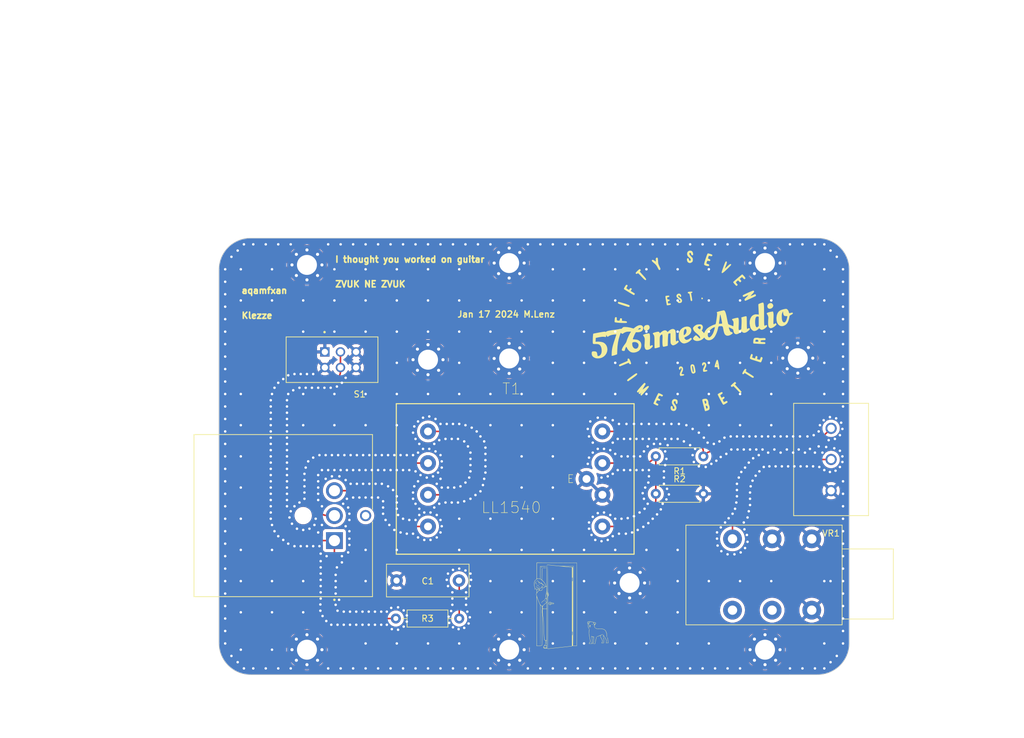
<source format=kicad_pcb>
(kicad_pcb (version 20221018) (generator pcbnew)
  (layers (0 "F.Cu" signal) (31 "B.Cu" signal) (34 "B.Paste" user) (35 "F.Paste" user) (36 "B.SilkS" user "B.Silkscreen") (37 "F.SilkS" user "F.Silkscreen") (38 "B.Mask" user) (39 "F.Mask" user) (44 "Edge.Cuts" user))
  (net 0 "")
  (net 1 "GND")
  (net 2 "Net-(J2-PadT)")
  (net 3 "Net-(J3-Pad1)")
  (net 4 "Net-(J3-Pad2)")
  (net 5 "Net-(J3-Pad3)")
  (net 6 "Net-(R1-Pad1)")
  (net 7 "Net-(R1-Pad2)")
  (net 8 "Net-(T1-Pad2)")
  (net 9 "Net-(C1-Pad1)")
  (footprint "P160KN-0QC15B500K:P160" (layer "F.Cu") (at 139.59 60.5 90)
    (fp_text reference "VR1")
    (fp_text value "P160KN-0QC15A10K")
  )
  (footprint "Pushbutton Switch:SW_PBH2UEESNPNAGX" (layer "F.Cu") (at 58.47 43.25 180)
    (fp_text reference "S1")
    (fp_text value "PushButton Right Angle DPDT")
  )
  (footprint "LL1540:LUNDAHL-LL1540" (layer "F.Cu") (at 88.335 63.62)
    (fp_text reference "T1")
    (fp_text value "LL1540")
  )
  (footprint "Resistor_THT:R_Axial_DIN0207_L6.3mm_D2.5mm_P7.62mm_Horizontal" (layer "F.Cu") (at 111.5 66)
    (fp_text reference "R2")
    (fp_text value "12k")
  )
  (footprint "57TimesAudioRE-AMP:dog" (layer "F.Cu") (at 96.625104 83.922268)
    (fp_text reference "G***" hide)
    (fp_text value "LOGO" hide)
  )
  (footprint "MountingHole:MountingHole_3.2mm_M3_Pad_Via" (layer "F.Cu") (at 129 91)
    (fp_text reference "REF**" hide)
    (fp_text value "MountingHole_3.2mm_M3_Pad_Via" hide)
  )
  (footprint "Resistor_THT:R_Axial_DIN0207_L6.3mm_D2.5mm_P7.62mm_Horizontal" (layer "F.Cu") (at 119.12 60 180)
    (fp_text reference "R1")
    (fp_text value "12k")
  )
  (footprint "MountingHole:MountingHole_3.2mm_M3_Pad_Via" (layer "F.Cu") (at 129 29)
    (fp_text reference "REF**" hide)
    (fp_text value "MountingHole_3.2mm_M3_Pad_Via" hide)
  )
  (footprint "MountingHole:MountingHole_3.2mm_M3_Pad_Via" (layer "F.Cu") (at 88.002944 91.002944)
    (fp_text reference "REF**" hide)
    (fp_text value "MountingHole_3.2mm_M3_Pad_Via" hide)
  )
  (footprint "Capacitor_THT:C_Rect_L13.0mm_W5.0mm_P10.00mm_FKS3_FKP3_MKS4" (layer "F.Cu") (at 79.96 79.91 180)
    (fp_text reference "C1")
    (fp_text value "10nf")
  )
  (footprint "NC3FD-H-B:NEUTRIK_NC3FD-H-B" (layer "F.Cu") (at 37.5 69.5 90)
    (fp_text reference "J3" hide)
    (fp_text value "NC3FAAH-0")
  )
  (footprint "Connector_Audio:Jack_6.35mm_Neutrik_NRJ6HM-1-PRE_Horizontal" (layer "F.Cu") (at 123.79 73.23)
    (fp_text reference "J2" hide)
    (fp_text value "Jack OUT")
  )
  (footprint "Resistor_THT:R_Axial_DIN0207_L6.3mm_D2.5mm_P10.16mm_Horizontal" (layer "F.Cu") (at 69.84 86)
    (fp_text reference "R3")
    (fp_text value "51")
  )
  (footprint "MountingHole:MountingHole_3.2mm_M3_Pad_Via" (layer "F.Cu") (at 55.6 91)
    (fp_text reference "REF**" hide)
    (fp_text value "MountingHole_3.2mm_M3_Pad_Via" hide)
  )
  (footprint "MountingHole:MountingHole_3.2mm_M3_Pad_Via" (layer "F.Cu") (at 88.002944 29.002944)
    (fp_text reference "REF**" hide)
    (fp_text value "MountingHole_3.2mm_M3_Pad_Via" hide)
  )
  (footprint "MountingHole:MountingHole_3.2mm_M3_Pad_Via" (layer "F.Cu") (at 134.25 44.25)
    (fp_text reference "REF**" hide)
    (fp_text value "MountingHole_3.2mm_M3_Pad_Via" hide)
  )
  (footprint "MountingHole:MountingHole_3.2mm_M3_Pad_Via" (layer "F.Cu") (at 88 44.302944)
    (fp_text reference "REF**" hide)
    (fp_text value "MountingHole_3.2mm_M3_Pad_Via" hide)
  )
  (footprint "MountingHole:MountingHole_3.2mm_M3_Pad_Via" (layer "F.Cu") (at 107.3 80.3)
    (fp_text reference "REF**" hide)
    (fp_text value "MountingHole_3.2mm_M3_Pad_Via" hide)
  )
  (footprint "MountingHole:MountingHole_3.2mm_M3_Pad_Via" (layer "F.Cu") (at 75 44.5)
    (fp_text reference "REF**" hide)
    (fp_text value "MountingHole_3.2mm_M3_Pad_Via" hide)
  )
  (footprint "MountingHole:MountingHole_3.2mm_M3_Pad_Via" (layer "F.Cu") (at 55.6 29.3)
    (fp_text reference "REF**" hide)
    (fp_text value "MountingHole_3.2mm_M3_Pad_Via" hide)
  )
  (footprint "57TimesAudioRE-AMP:57TimesAudio" (layer "F.Cu") (at 117 40)
    (fp_text reference "")
    (fp_text value "" hide)
  )
  (gr_arc (start 41.5 30.05) (mid 42.979111 26.479111) (end 46.55 25.000001) (stroke (width 0.1)) (layer "Edge.Cuts"))
  (gr_line (start 142.5 89.95) (end 142.5 30.05) (stroke (width 0.1)) (layer "Edge.Cuts"))
  (gr_line (start 132.95 25) (end 46.55 25) (stroke (width 0.1)) (layer "Edge.Cuts"))
  (gr_arc (start 46.55 95) (mid 42.97911 93.52089) (end 41.5 89.95) (stroke (width 0.1)) (layer "Edge.Cuts"))
  (gr_arc (start 137.45 25) (mid 141.020889 26.479111) (end 142.5 30.05) (stroke (width 0.1)) (layer "Edge.Cuts"))
  (gr_line (start 137.45 25) (end 132.95 25) (stroke (width 0.1)) (layer "Edge.Cuts"))
  (gr_line (start 132.95 95) (end 46.55 95) (stroke (width 0.1)) (layer "Edge.Cuts"))
  (gr_arc (start 142.5 89.95) (mid 141.020889 93.52089) (end 137.449999 95) (stroke (width 0.1)) (layer "Edge.Cuts"))
  (gr_line (start 137.45 95) (end 132.95 95) (stroke (width 0.1)) (layer "Edge.Cuts"))
  (gr_line (start 41.5 89.95) (end 41.5 30.05) (stroke (width 0.1)) (layer "Edge.Cuts"))
  (gr_text "ZVUK NE ZVUK" (at 60 32.96) (layer "F.SilkS") (effects (font (size 1 1) (thickness 0.25) bold) (justify left bottom)))
  (gr_text "aqamfxan" (at 45 34) (layer "F.SilkS") (effects (font (size 1 1) (thickness 0.25) bold) (justify left bottom)))
  (gr_text "I thought you worked on guitar" (at 60 29) (layer "F.SilkS") (effects (font (size 1 1) (thickness 0.25) bold) (justify left bottom)))
  (gr_text "Jan 17 2024 M.Lenz" (at 79.6 37.8) (layer "F.SilkS") (effects (font (size 1 1) (thickness 0.2) bold) (justify left bottom)))
  (gr_text "Klezze" (at 45 38) (layer "F.SilkS") (effects (font (size 1 1) (thickness 0.25) bold) (justify left bottom)))
  (segment (start 95 35) (end 95 34.974695) (width 0.25) (layer "F.Cu") (net 1))
  (segment (start 60 50) (end 60.025305 50) (width 0.25) (layer "F.Cu") (net 1))
  (segment (start 130 35) (end 129.972056 34.972056) (width 0.25) (layer "F.Cu") (net 1))
  (segment (start 95 50) (end 95 49.974695) (width 0.25) (layer "F.Cu") (net 1))
  (segment (start 70 50) (end 69.974695 50) (width 0.25) (layer "F.Cu") (net 1))
  (segment (start 60 40) (end 60 40.025305) (width 0.25) (layer "F.Cu") (net 1))
  (via (at 77.2 65) (size 0.8) (drill 0.4) (layers "F.Cu" "B.Cu") (net 1))
  (via (at 65 75) (size 0.8) (drill 0.4) (layers "F.Cu" "B.Cu") (net 1))
  (via (at 100 35) (size 0.8) (drill 0.4) (layers "F.Cu" "B.Cu") (net 1))
  (via (at 141.5 80) (size 0.8) (drill 0.4) (layers "F.Cu" "B.Cu") (net 1))
  (via (at 59.6 59.8) (size 0.8) (drill 0.4) (layers "F.Cu" "B.Cu") (net 1))
  (via (at 127.1 60.3) (size 0.8) (drill 0.4) (layers "F.Cu" "B.Cu") (net 1))
  (via (at 61.8 47.4) (size 0.8) (drill 0.4) (layers "F.Cu" "B.Cu") (net 1))
  (via (at 60 30) (size 0.8) (drill 0.4) (layers "F.Cu" "B.Cu") (net 1))
  (via (at 117 26) (size 0.8) (drill 0.4) (layers "F.Cu" "B.Cu") (net 1))
  (via (at 77 59.8) (size 0.8) (drill 0.4) (layers "F.Cu" "B.Cu") (net 1))
  (via (at 119.8 57.8) (size 0.8) (drill 0.4) (layers "F.Cu" "B.Cu") (net 1))
  (via (at 67 62.2) (size 0.8) (drill 0.4) (layers "F.Cu" "B.Cu") (net 1))
  (via (at 65.6 59.8) (size 0.8) (drill 0.4) (layers "F.Cu" "B.Cu") (net 1))
  (via (at 73.6 69.4) (size 0.8) (drill 0.4) (layers "F.Cu" "B.Cu") (net 1))
  (via (at 77 26) (size 0.8) (drill 0.4) (layers "F.Cu" "B.Cu") (net 1))
  (via (at 77 63.6) (size 0.8) (drill 0.4) (layers "F.Cu" "B.Cu") (net 1))
  (via (at 53.4 49.4) (size 0.8) (drill 0.4) (layers "F.Cu" "B.Cu") (net 1))
  (via (at 60.75 83) (size 0.8) (drill 0.4) (layers "F.Cu" "B.Cu") (net 1))
  (via (at 42.500249 32.000249) (size 0.8) (drill 0.4) (layers "F.Cu" "B.Cu") (net 1))
  (via (at 72.8 55.2) (size 0.8) (drill 0.4) (layers "F.Cu" "B.Cu") (net 1))
  (via (at 112.8 63.4) (size 0.8) (drill 0.4) (layers "F.Cu" "B.Cu") (net 1))
  (via (at 70 68.4) (size 0.8) (drill 0.4) (layers "F.Cu" "B.Cu") (net 1))
  (via (at 49.8 70) (size 0.8) (drill 0.4) (layers "F.Cu" "B.Cu") (net 1))
  (via (at 138.2 59.4) (size 0.8) (drill 0.4) (layers "F.Cu" "B.Cu") (net 1))
  (via (at 141.5 72) (size 0.8) (drill 0.4) (layers "F.Cu" "B.Cu") (net 1))
  (via (at 82.6 66.2) (size 0.8) (drill 0.4) (layers "F.Cu" "B.Cu") (net 1))
  (via (at 45 35.000249) (size 0.8) (drill 0.4) (layers "F.Cu" "B.Cu") (net 1))
  (via (at 140.4 53.9) (size 0.8) (drill 0.4) (layers "F.Cu" "B.Cu") (net 1))
  (via (at 60.4 77.8) (size 0.8) (drill 0.4) (layers "F.Cu" "B.Cu") (net 1))
  (via (at 121.91 71.39) (size 0.8) (drill 0.4) (layers "F.Cu" "B.Cu") (net 1))
  (via (at 68.6 64.8) (size 0.8) (drill 0.4) (layers "F.Cu" "B.Cu") (net 1))
  (via (at 121.2 60.7) (size 0.8) (drill 0.4) (layers "F.Cu" "B.Cu") (net 1))
  (via (at 52.4 68) (size 0.8) (drill 0.4) (layers "F.Cu" "B.Cu") (net 1))
  (via (at 123 26) (size 0.8) (drill 0.4) (layers "F.Cu" "B.Cu") (net 1))
  (via (at 63.5 87) (size 0.8) (drill 0.4) (layers "F.Cu" "B.Cu") (net 1))
  (via (at 53 94) (size 0.8) (drill 0.4) (layers "F.Cu" "B.Cu") (net 1))
  (via (at 125.7 71.7) (size 0.8) (drill 0.4) (layers "F.Cu" "B.Cu") (net 1))
  (via (at 90 40) (size 0.8) (drill 0.4) (layers "F.Cu" "B.Cu") (net 1))
  (via (at 110.4 63.2) (size 0.8) (drill 0.4) (layers "F.Cu" "B.Cu") (net 1))
  (via (at 52.4 56) (size 0.8) (drill 0.4) (layers "F.Cu" "B.Cu") (net 1))
  (via (at 102.2 58.8) (size 0.8) (drill 0.4) (layers "F.Cu" "B.Cu") (net 1))
  (via (at 95 90) (size 0.8) (drill 0.4) (layers "F.Cu" "B.Cu") (net 1))
  (via (at 105 26) (size 0.8) (drill 0.4) (layers "F.Cu" "B.Cu") (net 1))
  (via (at 55.4 49) (size 0.8) (drill 0.4) (layers "F.Cu" "B.Cu") (net 1))
  (via (at 52.4 55) (size 0.8) (drill 0.4) (layers "F.Cu" "B.Cu") (net 1))
  (via (at 49.8 59) (size 0.8) (drill 0.4) (layers "F.Cu" "B.Cu") (net 1))
  (via (at 109 60) (size 0.8) (drill 0.4) (layers "F.Cu" "B.Cu") (net 1))
  (via (at 65.5 87) (size 0.8) (drill 0.4) (layers "F.Cu" "B.Cu") (net 1))
  (via (at 50.4 72) (size 0.8) (drill 0.4) (layers "F.Cu" "B.Cu") (net 1))
  (via (at 101.2 72.6) (size 0.8) (drill 0.4) (layers "F.Cu" "B.Cu") (net 1))
  (via (at 120 45) (size 0.8) (drill 0.4) (layers "F.Cu" "B.Cu") (net 1))
  (via (at 71.6 72.4) (size 0.8) (drill 0.4) (layers "F.Cu" "B.Cu") (net 1))
  (via (at 120 40) (size 0.8) (drill 0.4) (layers "F.Cu" "B.Cu") (net 1))
  (via (at 112.8 62.4) (size 0.8) (drill 0.4) (layers "F.Cu" "B.Cu") (net 1))
  (via (at 55 80) (size 0.8) (drill 0.4) (layers "F.Cu" "B.Cu") (net 1))
  (via (at 81.8 60.4) (size 0.8) (drill 0.4) (layers "F.Cu" "B.Cu") (net 1))
  (via (at 50.4 49) (size 0.8) (drill 0.4) (layers "F.Cu" "B.Cu") (net 1))
  (via (at 99 26) (size 0.8) (drill 0.4) (layers "F.Cu" "B.Cu") (net 1))
  (via (at 126.7 64.8) (size 0.8) (drill 0.4) (layers "F.Cu" "B.Cu") (net 1))
  (via (at 47 94) (size 0.8) (drill 0.4) (layers "F.Cu" "B.Cu") (net 1))
  (via (at 135 26) (size 0.8) (drill 0.4) (layers "F.Cu" "B.Cu") (net 1))
  (via (at 52.4 62) (size 0.8) (drill 0.4) (layers "F.Cu" "B.Cu") (net 1))
  (via (at 69.4 65.4) (size 0.8) (drill 0.4) (layers "F.Cu" "B.Cu") (net 1))
  (via (at 78.2 65) (size 0.8) (drill 0.4) (layers "F.Cu" "B.Cu") (net 1))
  (via (at 65 50) (size 0.8) (drill 0.4) (layers "F.Cu" "B.Cu") (net 1))
  (via (at 127.5 56.8) (size 0.8) (drill 0.4) (layers "F.Cu" "B.Cu") (net 1))
  (via (at 81 78.3) (size 0.8) (drill 0.4) (layers "F.Cu" "B.Cu") (net 1))
  (via (at 64.5 87) (size 0.8) (drill 0.4) (layers "F.Cu" "B.Cu") (net 1))
  (via (at 49 26) (size 0.8) (drill 0.4) (layers "F.Cu" "B.Cu") (net 1))
  (via (at 57.75 83.75) (size 0.8) (drill 0.4) (layers "F.Cu" "B.Cu") (net 1))
  (via (at 101.4 59.4) (size 0.8) (drill 0.4) (layers "F.Cu" "B.Cu") (net 1))
  (via (at 105 40) (size 0.8) (drill 0.4) (layers "F.Cu" "B.Cu") (net 1))
  (via (at 84 57.6) (size 0.8) (drill 0.4) (layers "F.Cu" "B.Cu") (net 1))
  (via (at 112.2 58) (size 0.8) (drill 0.4) (layers "F.Cu" "B.Cu") (net 1))
  (via (at 108.4 62.2) (size 0.8) (drill 0.4) (layers "F.Cu" "B.Cu") (net 1))
  (via (at 52.4 65) (size 0.8) (drill 0.4) (layers "F.Cu" "B.Cu") (net 1))
  (via (at 73.4 73) (size 0.8) (drill 0.4) (layers "F.Cu" "B.Cu") (net 1))
  (via (at 64.6 64.4) (size 0.8) (drill 0.4) (layers "F.Cu" "B.Cu") (net 1))
  (via (at 125.6 70.6) (size 0.8) (drill 0.4) (layers "F.Cu" "B.Cu") (net 1))
  (via (at 105 75) (size 0.8) (drill 0.4) (layers "F.Cu" "B.Cu") (net 1))
  (via (at 69 62.2) (size 0.8) (drill 0.4) (layers "F.Cu" "B.Cu") (net 1))
  (via (at 70 50) (size 0.8) (drill 0.4) (layers "F.Cu" "B.Cu") (net 1))
  (via (at 138.5 45) (size 0.8) (drill 0.4) (layers "F.Cu" "B.Cu") (net 1))
  (via (at 71.6 59.8) (size 0.8) (drill 0.4) (layers "F.Cu" "B.Cu") (net 1))
  (via (at 50 50) (size 0.8) (drill 0.4) (layers "F.Cu" "B.Cu") (net 1))
  (via (at 139.4 62.5) (size 0.8) (drill 0.4) (layers "F.Cu" "B.Cu") (net 1))
  (via (at 71 62.2) (size 0.8) (drill 0.4) (layers "F.Cu" "B.Cu") (net 1))
  (via (at 111.7 69.3) (size 0.8) (drill 0.4) (layers "F.Cu" "B.Cu") (net 1))
  (via (at 135 94) (size 0.8) (drill 0.4) (layers "F.Cu" "B.Cu") (net 1))
  (via (at 105 59.6) (size 0.8) (drill 0.4) (layers "F.Cu" "B.Cu") (net 1))
  (via (at 125 26) (size 0.8) (drill 0.4) (layers "F.Cu" "B.Cu") (net 1))
  (via (at 141.4 60) (size 0.8) (drill 0.4) (layers "F.Cu" "B.Cu") (net 1))
  (via (at 136.7 61.6) (size 0.8) (drill 0.4) (layers "F.Cu" "B.Cu") (net 1))
  (via (at 42.500249 38.000249) (size 0.8) (drill 0.4) (layers "F.Cu" "B.Cu") (net 1))
  (via (at 110 35) (size 0.8) (drill 0.4) (layers "F.Cu" "B.Cu") (net 1))
  (via (at 105.6 54.8) (size 0.8) (drill 0.4) (layers "F.Cu" "B.Cu") (net 1))
  (via (at 111.6 54.8) (size 0.8) (drill 0.4) (layers "F.Cu" "B.Cu") (net 1))
  (via (at 60.8 63.2) (size 0.8) (drill 0.4) (layers "F.Cu" "B.Cu") (net 1))
  (via (at 60.5 84.75) (size 0.8) (drill 0.4) (layers "F.Cu" "B.Cu") (net 1))
  (via (at 115 80) (size 0.8) (drill 0.4) (layers "F.Cu" "B.Cu") (net 1))
  (via (at 49.8 58) (size 0.8) (drill 0.4) (layers "F.Cu" "B.Cu") (net 1))
  (via (at 107 94) (size 0.8) (drill 0.4) (layers "F.Cu" "B.Cu") (net 1))
  (via (at 61.8 71.2) (size 0.8) (drill 0.4) (layers "F.Cu" "B.Cu") (net 1))
  (via (at 141.4 60.9) (size 0.8) (drill 0.4) (layers "F.Cu" "B.Cu") (net 1))
  (via (at 133.7 61.6) (size 0.8) (drill 0.4) (layers "F.Cu" "B.Cu") (net 1))
  (via (at 91 94) (size 0.8) (drill 0.4) (layers "F.Cu" "B.Cu") (net 1))
  (via (at 49.8 51) (size 0.8) (drill 0.4) (layers "F.Cu" "B.Cu") (net 1))
  (via (at 78.7 84.8) (size 0.8) (drill 0.4) (layers "F.Cu" "B.Cu") (net 1))
  (via (at 76.6 62.6) (size 0.8) (drill 0.4) (layers "F.Cu" "B.Cu") (net 1))
  (via (at 105 30) (size 0.8) (drill 0.4) (layers "F.Cu" "B.Cu") (net 1))
  (via (at 54.6 74.4) (size 0.8) (drill 0.4) (layers "F.Cu" "B.Cu") (net 1))
  (via (at 73.8 63) (size 0.8) (drill 0.4) (layers "F.Cu" "B.Cu") (net 1))
  (via (at 109.2 54.8) (size 0.8) (drill 0.4) (layers "F.Cu" "B.Cu") (net 1))
  (via (at 80 78) (size 0.8) (drill 0.4) (layers "F.Cu" "B.Cu") (net 1))
  (via (at 105.4 57.2) (size 0.8) (drill 0.4) (layers "F.Cu" "B.Cu") (net 1))
  (via (at 137.8 55) (size 0.8) (drill 0.4) (layers "F.Cu" "B.Cu") (net 1))
  (via (at 138.5 50) (size 0.8) (drill 0.4) (layers "F.Cu" "B.Cu") (net 1))
  (via (at 83 26) (size 0.8) (drill 0.4) (layers "F.Cu" "B.Cu") (net 1))
  (via (at 51 72.8) (size 0.8) (drill 0.4) (layers "F.Cu" "B.Cu") (net 1))
  (via (at 42.500249 68.000249) (size 0.8) (drill 0.4) (layers "F.Cu" "B.Cu") (net 1))
  (via (at 52.4 52) (size 0.8) (drill 0.4) (layers "F.Cu" "B.Cu") (net 1))
  (via (at 85 55) (size 0.8) (drill 0.4) (layers "F.Cu" "B.Cu") (net 1))
  (via (at 50 71) (size 0.8) (drill 0.4) (layers "F.Cu" "B.Cu") (net 1))
  (via (at 138.8 58.5) (size 0.8) (drill 0.4) (layers "F.Cu" "B.Cu") (net 1))
  (via (at 100.8 70.6) (size 0.8) (drill 0.4) (layers "F.Cu" "B.Cu") (net 1))
  (via (at 100.8 56.8) (size 0.8) (drill 0.4) (layers "F.Cu" "B.Cu") (net 1))
  (via (at 103.8 73.4) (size 0.8) (drill 0.4) (layers "F.Cu" "B.Cu") (net 1))
  (via (at 110.2 58.4) (size 0.8) (drill 0.4) (layers "F.Cu" "B.Cu") (net 1))
  (via (at 85 75) (size 0.8) (drill 0.4) (layers "F.Cu" "B.Cu") (net 1))
  (via (at 70 90) (size 0.8) (drill 0.4) (layers "F.Cu" "B.Cu") (net 1))
  (via (at 116 57.6) (size 0.8) (drill 0.4) (layers "F.Cu" "B.Cu") (net 1))
  (via (at 49.8 60) (size 0.8) (drill 0.4) (layers "F.Cu" "B.Cu") (net 1))
  (via (at 52.4 63) (size 0.8) (drill 0.4) (layers "F.Cu" "B.Cu") (net 1))
  (via (at 75 50) (size 0.8) (drill 0.4) (layers "F.Cu" "B.Cu") (net 1))
  (via (at 119.2 57) (size 0.8) (drill 0.4) (layers "F.Cu" "B.Cu") (net 1))
  (via (at 119 26) (size 0.8) (drill 0.4) (layers "F.Cu" "B.Cu") (net 1))
  (via (at 129.5 56.8) (size 0.8) (drill 0.4) (layers "F.Cu" "B.Cu") (net 1))
  (via (at 57.4 64) (size 0.8) (drill 0.4) (layers "F.Cu" "B.Cu") (net 1))
  (via (at 52.4 67) (size 0.8) (drill 0.4) (layers "F.Cu" "B.Cu") (net 1))
  (via (at 57.6 74.4) (size 0.8) (drill 0.4) (layers "F.Cu" "B.Cu") (net 1))
  (via (at 108.9 69) (size 0.8) (drill 0.4) (layers "F.Cu" "B.Cu") (net 1))
  (via (at 45 30) (size 0.8) (drill 0.4) (layers "F.Cu" "B.Cu") (net 1))
  (via (at 129.7 61.6) (size 0.8) (drill 0.4) (layers "F.Cu" "B.Cu") (net 1))
  (via (at 125.8 74.7) (size 0.8) (drill 0.4) (layers "F.Cu" "B.Cu") (net 1))
  (via (at 67.5 87) (size 0.8) (drill 0.4) (layers "F.Cu" "B.Cu") (net 1))
  (via (at 90 50) (size 0.8) (drill 0.4) (layers "F.Cu" "B.Cu") (net 1))
  (via (at 90 75) (size 0.8) (drill 0.4) (layers "F.Cu" "B.Cu") (net 1))
  (via (at 100 85) (size 0.8) (drill 0.4) (layers "F.Cu" "B.Cu") (net 1))
  (via (at 115 26) (size 0.8) (drill 0.4) (layers "F.Cu" "B.Cu") (net 1))
  (via (at 52.4 64) (size 0.8) (drill 0.4) (layers "F.Cu" "B.Cu") (net 1))
  (via (at 133.5 59.4) (size 0.8) (drill 0.4) (layers "F.Cu" "B.Cu") (net 1))
  (via (at 115 45) (size 0.8) (drill 0.4) (layers "F.Cu" "B.Cu") (net 1))
  (via (at 49.8 63) (size 0.8) (drill 0.4) (layers "F.Cu" "B.Cu") (net 1))
  (via (at 138.5 35) (size 0.8) (drill 0.4) (layers "F.Cu" "B.Cu") (net 1))
  (via (at 42.500249 66.000249) (size 0.8) (drill 0.4) (layers "F.Cu" "B.Cu") (net 1))
  (via (at 139.4 53.7) (size 0.8) (drill 0.4) (layers "F.Cu" "B.Cu") (net 1))
  (via (at 76.4 73) (size 0.8) (drill 0.4) (layers "F.Cu" "B.Cu") (net 1))
  (via (at 44.5 93) (size 0.8) (drill 0.4) (layers "F.Cu" "B.Cu") (net 1))
  (via (at 115 94) (size 0.8) (drill 0.4) (layers "F.Cu" "B.Cu") (net 1))
  (via (at 70.2 84.2) (size 0.8) (drill 0.4) (layers "F.Cu" "B.Cu") (net 1))
  (via (at 110 50) (size 0.8) (drill 0.4) (layers "F.Cu" "B.Cu") (net 1))
  (via (at 52.4 59) (size 0.8) (drill 0.4) (layers "F.Cu" "B.Cu") (net 1))
  (via (at 118.4 61.6) (size 0.8) (drill 0.4) (layers "F.Cu" "B.Cu") (net 1))
  (via (at 100.6 61.2) (size 0.8) (drill 0.4) (layers "F.Cu" "B.Cu") (net 1))
  (via (at 101.4 69.7) (size 0.8) (drill 0.4) (layers "F.Cu" "B.Cu") (net 1))
  (via (at 63 26) (size 0.8) (drill 0.4) (layers "F.Cu" "B.Cu") (net 1))
  (via (at 102.2 69.1) (size 0.8) (drill 0.4) (layers "F.Cu" "B.Cu") (net 1))
  (via (at 123.6 58.9) (size 0.8) (drill 0.4) (layers "F.Cu" "B.Cu") (net 1))
  (via (at 60.2 80) (size 0.8) (drill 0.4) (layers "F.Cu" "B.Cu") (net 1))
  (via (at 49.8 55) (size 0.8) (drill 0.4) (layers "F.Cu" "B.Cu") (net 1))
  (via (at 62.4 70.2) (size 0.8) (drill 0.4) (layers "F.Cu" "B.Cu") (net 1))
  (via (at 127.6 58.9) (size 0.8) (drill 0.4) (layers "F.Cu" "B.Cu") (net 1))
  (via (at 132.5 58.9) (size 0.8) (drill 0.4) (layers "F.Cu" "B.Cu") (net 1))
  (via (at 67.5 84.9) (size 0.8) (drill 0.4) (layers "F.Cu" "B.Cu") (net 1))
  (via (at 95 50) (size 0.8) (drill 0.4) (layers "F.Cu" "B.Cu") (net 1))
  (via (at 50 75) (size 0.8) (drill 0.4) (layers "F.Cu" "B.Cu") (net 1))
  (via (at 42.500249 74.000249) (size 0.8) (drill 0.4) (layers "F.Cu" "B.Cu") (net 1))
  (via (at 65 94) (size 0.8) (drill 0.4) (layers "F.Cu" "B.Cu") (net 1))
  (via (at 49.8 52) (size 0.8) (drill 0.4) (layers "F.Cu" "B.Cu") (net 1))
  (via (at 130.5 56.8) (size 0.8) (drill 0.4) (layers "F.Cu" "B.Cu") (net 1))
  (via (at 77.2 60.8) (size 0.8) (drill 0.4) (layers "F.Cu" "B.Cu") (net 1))
  (via (at 60 40) (size 0.8) (drill 0.4) (layers "F.Cu" "B.Cu") (net 1))
  (via (at 129.5 59.4) (size 0.8) (drill 0.4) (layers "F.Cu" "B.Cu") (net 1))
  (via (at 63.6 64.4) (size 0.8) (drill 0.4) (layers "F.Cu" "B.Cu") (net 1))
  (via (at 135.4 59.4) (size 0.8) (drill 0.4) (layers "F.Cu" "B.Cu") (net 1))
  (via (at 57.4 63) (size 0.8) (drill 0.4) (layers "F.Cu" "B.Cu") (net 1))
  (via (at 70 35) (size 0.8) (drill 0.4) (layers "F.Cu" "B.Cu") (net 1))
  (via (at 130 40) (size 0.8) (drill 0.4) (layers "F.Cu" "B.Cu") (net 1))
  (via (at 141.5 84) (size 0.8) (drill 0.4) (layers "F.Cu" "B.Cu") (net 1))
  (via (at 57.8 75.6) (size 0.8) (drill 0.4) (layers "F.Cu" "B.Cu") (net 1))
  (via (at 73 94) (size 0.8) (drill 0.4) (layers "F.Cu" "B.Cu") (net 1))
  (via (at 61 94) (size 0.8) (drill 0.4) (layers "F.Cu" "B.Cu") (net 1))
  (via (at 107.7 72.2) (size 0.8) (drill 0.4) (layers "F.Cu" "B.Cu") (net 1))
  (via (at 109.8 65) (size 0.8) (drill 0.4) (layers "F.Cu" "B.Cu") (net 1))
  (via (at 134.4 58.9) (size 0.8) (drill 0.4) (layers "F.Cu" "B.Cu") (net 1))
  (via (at 61.2 48.2) (size 0.8) (drill 0.4) (layers "F.Cu" "B.Cu") (net 1))
  (via (at 77.8 67.4) (size 0.8) (drill 0.4) (layers "F.Cu" "B.Cu") (net 1))
  (via (at 68.6 59.8) (size 0.8) (drill 0.4) (layers "F.Cu" "B.Cu") (net 1))
  (via (at 100 30) (size 0.8) (drill 0.4) (layers "F.Cu" "B.Cu") (net 1))
  (via (at 59.4 49) (size 0.8) (drill 0.4) (layers "F.Cu" "B.Cu") (net 1))
  (via (at 90 55) (size 0.8) (drill 0.4) (layers "F.Cu" "B.Cu") (net 1))
  (via (at 95 26) (size 0.8) (drill 0.4) (layers "F.Cu" "B.Cu") (net 1))
  (via (at 141.5 52) (size 0.8) (drill 0.4) (layers "F.Cu" "B.Cu") (net 1))
  (via (at 101.8 73.4) (size 0.8) (drill 0.4) (layers "F.Cu" "B.Cu") (net 1))
  (via (at 70 66.4) (size 0.8) (drill 0.4) (layers "F.Cu" "B.Cu") (net 1))
  (via (at 117.8 58.8) (size 0.8) (drill 0.4) (layers "F.Cu" "B.Cu") (net 1))
  (via (at 124.5 64.4) (size 0.8) (drill 0.4) (layers "F.Cu" "B.Cu") (net 1))
  (via (at 106.4 57.2) (size 0.8) (drill 0.4) (layers "F.Cu" "B.Cu") (net 1))
  (via (at 125 80) (size 0.8) (drill 0.4) (layers "F.Cu" "B.Cu") (net 1))
  (via (at 58.6 59.8) (size 0.8) (drill 0.4) (layers "F.Cu" "B.Cu") (net 1))
  (via (at 103.4 53.8) (size 0.8) (drill 0.4) (layers "F.Cu" "B.Cu") (net 1))
  (via (at 108 69.6) (size 0.8) (drill 0.4) (layers "F.Cu" "B.Cu") (net 1))
  (via (at 117 58.2) (size 0.8) (drill 0.4) (layers "F.Cu" "B.Cu") (net 1))
  (via (at 57.8 78.8) (size 0.8) (drill 0.4) (layers "F.Cu" "B.Cu") (net 1))
  (via (at 64 62.2) (size 0.8) (drill 0.4) (layers "F.Cu" "B.Cu") (net 1))
  (via (at 69 26) (size 0.8) (drill 0.4) (layers "F.Cu" "B.Cu") (net 1))
  (via (at 68 62.2) (size 0.8) (drill 0.4) (layers "F.Cu" "B.Cu") (net 1))
  (via (at 90 65) (size 0.8) (drill 0.4) (layers "F.Cu" "B.Cu") (net 1))
  (via (at 128.1 62.4) (size 0.8) (drill 0.4) (layers "F.Cu" "B.Cu") (net 1))
  (via (at 56.8 71) (size 0.8) (drill 0.4) (layers "F.Cu" "B.Cu") (net 1))
  (via (at 73 67.6) (size 0.8) (drill 0.4) (layers "F.Cu" "B.Cu") (net 1))
  (via (at 127.5 63.1) (size 0.8) (drill 0.4) (layers "F.Cu" "B.Cu") (net 1))
  (via (at 141.5 68) (size 0.8) (drill 0.4) (layers "F.Cu" "B.Cu") (net 1))
  (via (at 100 90) (size 0.8) (drill 0.4) (layers "F.Cu" "B.Cu") (net 1))
  (via (at 132.7 61.6) (size 0.8) (drill 0.4) (layers "F.Cu" "B.Cu") (net 1))
  (via (at 42.500249 62.000249) (size 0.8) (drill 0.4) (layers "F.Cu" "B.Cu") (net 1))
  (via (at 113.2 66.9) (size 0.8) (drill 0.4) (layers "F.Cu" "B.Cu") (net 1))
  (via (at 69.6 59.8) (size 0.8) (drill 0.4) (layers "F.Cu" "B.Cu") (net 1))
  (via (at 76.2 54) (size 0.8) (drill 0.4) (layers "F.Cu" "B.Cu") (net 1))
  (via (at 70.2 87.8) (size 0.8) (drill 0.4) (layers "F.Cu" "B.Cu") (net 1))
  (via (at 84.2 60.6) (size 0.8) (drill 0.4) (layers "F.Cu" "B.Cu") (net 1))
  (via (at 73.6 58) (size 0.8) (drill 0.4) (layers "F.Cu" "B.Cu") (net 1))
  (via (at 57.4 65) (size 0.8) (drill 0.4) (layers "F.Cu" "B.Cu") (net 1))
  (via (at 74.8 63.4) (size 0.8) (drill 0.4) (layers "F.Cu" "B.Cu") (net 1))
  (via (at 124.1 75.7) (size 0.8) (drill 0.4) (layers "F.Cu" "B.Cu") (net 1))
  (via (at 81.8 78.8) (size 0.8) (drill 0.4) (layers "F.Cu" "B.Cu") (net 1))
  (via (at 55.2 65.8) (size 0.8) (drill 0.4) (layers "F.Cu" "B.Cu") (net 1))
  (via (at 62.2 75.4) (size 0.8) (drill 0.4) (layers "F.Cu" "B.Cu") (net 1))
  (via (at 58.75 76) (size 0.8) (drill 0.4) (layers "F.Cu" "B.Cu") (net 1))
  (via (at 138.5 62.2) (size 0.8) (drill 0.4) (layers "F.Cu" "B.Cu") (net 1))
  (via (at 54.6 46.8) (size 0.8) (drill 0.4) (layers "F.Cu" "B.Cu") (net 1))
  (via (at 130 35) (size 0.8) (drill 0.4) (layers "F.Cu" "B.Cu") (net 1))
  (via (at 141 59.1) (size 0.8) (drill 0.4) (layers "F.Cu" "B.Cu") (net 1))
  (via (at 76.8 67.6) (size 0.8) (drill 0.4) (layers "F.Cu" "B.Cu") (net 1))
  (via (at 113 94) (size 0.8) (drill 0.4) (layers "F.Cu" "B.Cu") (net 1))
  (via (at 126.2 73.7) (size 0.8) (drill 0.4) (layers "F.Cu" "B.Cu") (net 1))
  (via (at 57.75 84.75) (size 0.8) (drill 0.4) (layers "F.Cu" "B.Cu") (net 1))
  (via (at 42.500249 30.000249) (size 0.8) (drill 0.4) (layers "F.Cu" "B.Cu") (net 1))
  (via (at 110.4 57.2) (size 0.8) (drill 0.4) (layers "F.Cu" "B.Cu") (net 1))
  (via (at 125.2 62.5) (size 0.8) (drill 0.4) (layers "F.Cu" "B.Cu") (net 1))
  (via (at 81.5 86.8) (size 0.8) (drill 0.4) (layers "F.Cu" "B.Cu") (net 1))
  (via (at 85 40) (size 0.8) (drill 0.4) (layers "F.Cu" "B.Cu") (net 1))
  (via (at 73 26) (size 0.8) (drill 0.4) (layers "F.Cu" "B.Cu") (net 1))
  (via (at 115.2 54.8) (size 0.8) (drill 0.4) (layers "F.Cu" "B.Cu") (net 1))
  (via (at 67.8 69.2) (size 0.8) (drill 0.4) (layers "F.Cu" "B.Cu") (net 1))
  (via (at 42.500249 72.000249) (size 0.8) (drill 0.4) (layers "F.Cu" "B.Cu") (net 1))
  (via (at 80 90) (size 0.8) (drill 0.4) (layers "F.Cu" "B.Cu") (net 1))
  (via (at 134.6 56.8) (size 0.8) (drill 0.4) (layers "F.Cu" "B.Cu") (net 1))
  (via (at 110 40) (size 0.8) (drill 0.4) (layers "F.Cu" "B.Cu") (net 1))
  (via (at 54.4 49) (size 0.8) (drill 0.4) (layers "F.Cu" "B.Cu") (net 1))
  (via (at 133 94) (size 0.8) (drill 0.4) (layers "F.Cu" "B.Cu") (net 1))
  (via (at 61.5 84.9) (size 0.8) (drill 0.4) (layers "F.Cu" "B.Cu") (net 1))
  (via (at 84.2 58.6) (size 0.8) (drill 0.4) (layers "F.Cu" "B.Cu") (net 1))
  (via (at 57.8 81.8) (size 0.8) (drill 0.4) (layers "F.Cu" "B.Cu") (net 1))
  (via (at 105.4 62.2) (size 0.8) (drill 0.4) (layers "F.Cu" "B.Cu") (net 1))
  (via (at 70 45) (size 0.8) (drill 0.4) (layers "F.Cu" "B.Cu") (net 1))
  (via (at 61.2 77) (size 0.8) (drill 0.4) (layers "F.Cu" "B.Cu") (net 1))
  (via (at 45 60) (size 0.8) (drill 0.4) (layers "F.Cu" "B.Cu") (net 1))
  (via (at 76.4 69.4) (size 0.8) (drill 0.4) (layers "F.Cu" "B.Cu") (net 1))
  (via (at 126.1 72.6) (size 0.8) (drill 0.4) (layers "F.Cu" "B.Cu") (net 1))
  (via (at 131.7 61.6) (size 0.8) (drill 0.4) (layers "F.Cu" "B.Cu") (net 1))
  (via (at 130 55) (size 0.8) (drill 0.4) (layers "F.Cu" "B.Cu") (net 1))
  (via (at 105 85) (size 0.8) (drill 0.4) (layers "F.Cu" "B.Cu") (net 1))
  (via (at 100 45) (size 0.8) (drill 0.4) (layers "F.Cu" "B.Cu") (net 1))
  (via (at 51 26) (size 0.8) (drill 0.4) (layers "F.Cu" "B.Cu") (net 1))
  (via (at 70.6 72.2) (size 0.8) (drill 0.4) (layers "F.Cu" "B.Cu") (net 1))
  (via (at 141.5 86) (size 0.8) (drill 0.4) (layers "F.Cu" "B.Cu") (net 1))
  (via (at 126.4 68.8) (size 0.8) (drill 0.4) (layers "F.Cu" "B.Cu") (net 1))
  (via (at 42.500249 46.000249) (size 0.8) (drill 0.4) (layers "F.Cu" "B.Cu") (net 1))
  (via (at 95 85) (size 0.8) (drill 0.4) (layers "F.Cu" "B.Cu") (net 1))
  (via (at 113.4 58.2) (size 0.8) (drill 0.4) (layers "F.Cu" "B.Cu") (net 1))
  (via (at 141.5 50) (size 0.8) (drill 0.4) (layers "F.Cu" "B.Cu") (net 1))
  (via (at 83.4 56.8) (size 0.8) (drill 0.4) (layers "F.Cu" "B.Cu") (net 1))
  (via (at 62.6 64.4) (size 0.8) (drill 0.4) (layers "F.Cu" "B.Cu") (net 1))
  (via (at 81.9 79.8) (size 0.8) (drill 0.4) (layers "F.Cu" "B.Cu") (net 1))
  (via (at 141 61.7) (size 0.8) (drill 0.4) (layers "F.Cu" "B.Cu") (net 1))
  (via (at 141.5 30) (size 0.8) (drill 0.4) (layers "F.Cu" "B.Cu") (net 1))
  (via (at 58 62.2) (size 0.8) (drill 0.4) (layers "F.Cu" "B.Cu") (net 1))
  (via (at 140.1 58.7) (size 0.8) (drill 0.4) (layers "F.Cu" "B.Cu") (net 1))
  (via (at 65 40) (size 0.8) (drill 0.4) (layers "F.Cu" "B.Cu") (net 1))
  (via (at 61.8 63.8) (size 0.8) (drill 0.4) (layers "F.Cu" "B.Cu") (net 1))
  (via (at 124.5 65.4) (size 0.8) (drill 0.4) (layers "F.Cu" "B.Cu") (net 1))
  (via (at 71.1 87.3) (size 0.8) (drill 0.4) (layers "F.Cu" "B.Cu") (net 1))
  (via (at 57.8 76.8) (size 0.8) (drill 0.4) (layers "F.Cu" "B.Cu") (net 1))
  (via (at 78.9 81.8) (size 0.8) (drill 0.4) (layers "F.Cu" "B.Cu") (net 1))
  (via (at 50 80) (size 0.8) (drill 0.4) (layers "F.Cu" "B.Cu") (net 1))
  (via (at 97 94) (size 0.8) (drill 0.4) (layers "F.Cu" "B.Cu") (net 1))
  (via (at 52.4 60) (size 0.8) (drill 0.4) (layers "F.Cu" "B.Cu") (net 1))
  (via (at 56.4 49) (size 0.8) (drill 0.4) (layers "F.Cu" "B.Cu") (net 1))
  (via (at 137 26) (size 0.8) (drill 0.4) (layers "F.Cu" "B.Cu") (net 1))
  (via (at 45 75.000249) (size 0.8) (drill 0.4) (layers "F.Cu" "B.Cu") (net 1))
  (via (at 63.6 59.8) (size 0.8) (drill 0.4) (layers "F.Cu" "B.Cu") (net 1))
  (via (at 100.6 55.6) (size 0.8) (drill 0.4) (layers "F.Cu" "B.Cu") (net 1))
  (via (at 140.5 28) (size 0.8) (drill 0.4) (layers "F.Cu" "B.Cu") (net 1))
  (via (at 141.5 34) (size 0.8) (drill 0.4) (layers "F.Cu" "B.Cu") (net 1))
  (via (at 62.6 59.8) (size 0.8) (drill 0.4) (layers "F.Cu" "B.Cu") (net 1))
  (via (at 120 35) (size 0.8) (drill 0.4) (layers "F.Cu" "B.Cu") (net 1))
  (via (at 103.2 58.8) (size 0.8) (drill 0.4) (layers "F.Cu" "B.Cu") (net 1))
  (via (at 121 26) (size 0.8) (drill 0.4) (layers "F.Cu" "B.Cu") (net 1))
  (via (at 60 35) (size 0.8) (drill 0.4) (layers "F.Cu" "B.Cu") (net 1))
  (via (at 138.5 26) (size 0.8) (drill 0.4) (layers "F.Cu" "B.Cu") (net 1))
  (via (at 65 35) (size 0.8) (drill 0.4) (layers "F.Cu" "B.Cu") (net 1))
  (via (at 121.31 72.19) (size 0.8) (drill 0.4) (layers "F.Cu" "B.Cu") (net 1))
  (via (at 66 62.2) (size 0.8) (drill 0.4) (layers "F.Cu" "B.Cu") (net 1))
  (via (at 79 54.8) (size 0.8) (drill 0.4) (layers "F.Cu" "B.Cu") (net 1))
  (via (at 65 80) (size 0.8) (drill 0.4) (layers "F.Cu" "B.Cu") (net 1))
  (via (at 53.6 46.8) (size 0.8) (drill 0.4) (layers "F.Cu" "B.Cu") (net 1))
  (via (at 108 54.8) (size 0.8) (drill 0.4) (layers "F.Cu" "B.Cu") (net 1))
  (via (at 77 94) (size 0.8) (drill 0.4) (layers "F.Cu" "B.Cu") (net 1))
  (via (at 125 40) (size 0.8) (drill 0.4) (layers "F.Cu" "B.Cu") (net 1))
  (via (at 80.2 64.8) (size 0.8) (drill 0.4) (layers "F.Cu" "B.Cu") (net 1))
  (via (at 112.6 67.6) (size 0.8) (drill 0.4) (layers "F.Cu" "B.Cu") (net 1))
  (via (at 141.5 70) (size 0.8) (drill 0.4) (layers "F.Cu" "B.Cu") (net 1))
  (via (at 74.2 53.8) (size 0.8) (drill 0.4) (layers "F.Cu" "B.Cu") (net 1))
  (via (at 105 94) (size 0.8) (drill 0.4) (layers "F.Cu" "B.Cu") (net 1))
  (via (at 75.2 53.6) (size 0.8) (drill 0.4) (layers "F.Cu" "B.Cu") (net 1))
  (via (at 125.8 61.8) (size 0.8) (drill 0.4) (layers "F.Cu" "B.Cu") (net 1))
  (via (at 81.3 84.9) (size 0.8) (drill 0.4) (layers "F.Cu" "B.Cu") (net 1))
  (via (at 110.3 70.7) (size 0.8) (drill 0.4) (layers "F.Cu" "B.Cu") (net 1))
  (via (at 83.4 65.6) (size 0.8) (drill 0.4) (layers "F.Cu" "B.Cu") (net 1))
  (via (at 58.1 85.6) (size 0.8) (drill 0.4) (layers "F.Cu" "B.Cu") (net 1))
  (via (at 43.500249 92.000249) (size 0.8) (drill 0.4) (layers "F.Cu" "B.Cu") (net 1))
  (via (at 72.8 64.8) (size 0.8) (drill 0.4) (layers "F.Cu" "B.Cu") (net 1))
  (via (at 60 55) (size 0.8) (drill 0.4) (layers "F.Cu" "B.Cu") (net 1))
  (via (at 113.2 60.4) (size 0.8) (drill 0.4) (layers "F.Cu" "B.Cu") (net 1))
  (via (at 81.7 85.8) (size 0.8) (drill 0.4) (layers "F.Cu" "B.Cu") (net 1))
  (via (at 104.2 59) (size 0.8) (drill 0.4) (layers "F.Cu" "B.Cu") (net 1))
  (via (at 42.500249 42.000249) (size 0.8) (drill 0.4) (layers "F.Cu" "B.Cu") (net 1))
  (via (at 75 26) (size 0.8) (drill 0.4) (layers "F.Cu" "B.Cu") (net 1))
  (via (at 73 70.2) (size 0.8) (drill 0.4) (layers "F.Cu" "B.Cu") (net 1))
  (via (at 55 50) (size 0.8) (drill 0.4) (layers "F.Cu" "B.Cu") (net 1))
  (via (at 90 60) (size 0.8) (drill 0.4) (layers "F.Cu" "B.Cu") (net 1))
  (via (at 130.5 58.9) (size 0.8) (drill 0.4) (layers "F.Cu" "B.Cu") (net 1))
  (via (at 78.4 86.7) (size 0.8) (drill 0.4) (layers "F.Cu" "B.Cu") (net 1))
  (via (at 85 35) (size 0.8) (drill 0.4) (layers "F.Cu" "B.Cu") (net 1))
  (via (at 42.500249 90.000249) (size 0.8) (drill 0.4) (layers "F.Cu" "B.Cu") (net 1))
  (via (at 141.5 40) (size 0.8) (drill 0.4) (layers "F.Cu" "B.Cu") (net 1))
  (via (at 105 35) (size 0.8) (drill 0.4) (layers "F.Cu" "B.Cu") (net 1))
  (via (at 137.6 56) (size 0.8) (drill 0.4) (layers "F.Cu" "B.Cu") (net 1))
  (via (at 65.6 64.4) (size 0.8) (drill 0.4) (layers "F.Cu" "B.Cu") (net 1))
  (via (at 64 66.6) (size 0.8) (drill 0.4) (layers "F.Cu" "B.Cu") (net 1))
  (via (at 79 94) (size 0.8) (drill 0.4) (layers "F.Cu" "B.Cu") (net 1))
  (via (at 70 67.4) (size 0.8) (drill 0.4) (layers "F.Cu" "B.Cu") (net 1))
  (via (at 72 70.2) (size 0.8) (drill 0.4) (layers "F.Cu" "B.Cu") (net 1))
  (via (at 110 45) (size 0.8) (drill 0.4) (layers "F.Cu" "B.Cu") (net 1))
  (via (at 80.8 57.6) (size 0.8) (drill 0.4) (layers "F.Cu" "B.Cu") (net 1))
  (via (at 122.8 59.6) (size 0.8) (drill 0.4) (layers "F.Cu" "B.Cu") (net 1))
  (via (at 75 90) (size 0.8) (drill 0.4) (layers "F.Cu" "B.Cu") (net 1))
  (via (at 121.9 60.1) (size 0.8) (drill 0.4) (layers "F.Cu" "B.Cu") (net 1))
  (via (at 135.8 56.8) (size 0.8) (drill 0.4) (layers "F.Cu" "B.Cu") (net 1))
  (via (at 141.5 74) (size 0.8) (drill 0.4) (layers "F.Cu" "B.Cu") (net 1))
  (via (at 115 30) (size 0.8) (drill 0.4) (layers "F.Cu" "B.Cu") (net 1))
  (via (at 61 26) (size 0.8) (drill 0.4) (layers "F.Cu" "B.Cu") (net 1))
  (via (at 60 50) (size 0.8) (drill 0.4) (layers "F.Cu" "B.Cu") (net 1))
  (via (at 42.500249 78.000249) (size 0.8) (drill 0.4) (layers "F.Cu" "B.Cu") (net 1))
  (via (at 138.5 80) (size 0.8) (drill 0.4) (layers "F.Cu" "B.Cu") (net 1))
  (via (at 100 40) (size 0.8) (drill 0.4) (layers "F.Cu" "B.Cu") (net 1))
  (via (at 124.8 63.4) (size 0.8) (drill 0.4) (layers "F.Cu" "B.Cu") (net 1))
  (via (at 141.5 66) (size 0.8) (drill 0.4) (layers "F.Cu" "B.Cu") (net 1))
  (via (at 125 45) (size 0.8) (drill 0.4) (layers "F.Cu" "B.Cu") (net 1))
  (via (at 115 57.2) (size 0.8) (drill 0.4) (layers "F.Cu" "B.Cu") (net 1))
  (via (at 120.8 58) (size 0.8) (drill 0.4) (layers "F.Cu" "B.Cu") (net 1))
  (via (at 120 55) (size 0.8) (drill 0.4) (layers "F.Cu" "B.Cu") (net 1))
  (via (at 106.7 72.4) (size 0.8) (drill 0.4) (layers "F.Cu" "B.Cu") (net 1))
  (via (at 122.5 57) (size 0.8) (drill 0.4) (layers "F.Cu" "B.Cu") (net 1))
  (via (at 60.4 48.8) (size 0.8) (drill 0.4) (layers "F.Cu" "B.Cu") (net 1))
  (via (at 128.6 58.9) (size 0.8) (drill 0.4) (layers "F.Cu" "B.Cu") (net 1))
  (via (at 73 62.4) (size 0.8) (drill 0.4) (layers "F.Cu" "B.Cu") (net 1))
  (via (at 52.4 51) (size 0.8) (drill 0.4) (layers "F.Cu" "B.Cu") (net 1))
  (via (at 100 75) (size 0.8) (drill 0.4) (layers "F.Cu" "B.Cu") (net 1))
  (via (at 49.8 64) (size 0.8) (drill 0.4) (layers "F.Cu" "B.Cu") (net 1))
  (via (at 81.4 58.4) (size 0.8) (drill 0.4) (layers "F.Cu" "B.Cu") (net 1))
  (via (at 104.6 57.8) (size 0.8) (drill 0.4) (layers "F.Cu" "B.Cu") (net 1))
  (via (at 115 50) (size 0.8) (drill 0.4) (layers "F.Cu" "B.Cu") (net 1))
  (via (at 73 57.2) (size 0.8) (drill 0.4) (layers "F.Cu" "B.Cu") (net 1))
  (via (at 71 26) (size 0.8) (drill 0.4) (layers "F.Cu" "B.Cu") (net 1))
  (via (at 111 94) (size 0.8) (drill 0.4) (layers "F.Cu" "B.Cu") (net 1))
  (via (at 42.500249 48.000249) (size 0.8) (drill 0.4) (layers "F.Cu" "B.Cu") (net 1))
  (via (at 117.6 60.9) (size 0.8) (drill 0.4) (layers "F.Cu" "B.Cu") (net 1))
  (via (at 111 26) (size 0.8) (drill 0.4) (layers "F.Cu" "B.Cu") (net 1))
  (via (at 128 59.8) (size 0.8) (drill 0.4) (layers "F.Cu" "B.Cu") (net 1))
  (via (at 103.2 69) (size 0.8) (drill 0.4) (layers "F.Cu" "B.Cu") (net 1))
  (via (at 66.6 64.4) (size 0.8) (drill 0.4) (layers "F.Cu" "B.Cu") (net 1))
  (via (at 42.500249 86.000249) (size 0.8) (drill 0.4) (layers "F.Cu" "B.Cu") (net 1))
  (via (at 81 55) (size 0.8) (drill 0.4) (layers "F.Cu" "B.Cu") (net 1))
  (via (at 120 80) (size 0.8) (drill 0.4) (layers "F.Cu" "B.Cu") (net 1))
  (via (at 113.6 66.1) (size 0.8) (drill 0.4) (layers "F.Cu" "B.Cu") (net 1))
  (via (at 62.4 73.2) (size 0.8) (drill 0.4) (layers "F.Cu" "B.Cu") (net 1))
  (via (at 141.5 46) (size 0.8) (drill 0.4) (layers "F.Cu" "B.Cu") (net 1))
  (via (at 55.2 62.8) (size 0.8) (drill 0.4) (layers "F.Cu" "B.Cu") (net 1))
  (via (at 106.4 62.2) (size 0.8) (drill 0.4) (layers "F.Cu" "B.Cu") (net 1))
  (via (at 90 80) (size 0.8) (drill 0.4) (layers "F.Cu" "B.Cu") (net 1))
  (via (at 79.2 65) (size 0.8) (drill 0.4) (layers "F.Cu" "B.Cu") (net 1))
  (via (at 49.8 68) (size 0.8) (drill 0.4) (layers "F.Cu" "B.Cu") (net 1))
  (via (at 93 94) (size 0.8) (drill 0.4) (layers "F.Cu" "B.Cu") (net 1))
  (via (at 126.5 56.8) (size 0.8) (drill 0.4) (layers "F.Cu" "B.Cu") (net 1))
  (via (at 105 45) (size 0.8) (drill 0.4) (layers "F.Cu" "B.Cu") (net 1))
  (via (at 63 62.2) (size 0.8) (drill 0.4) (layers "F.Cu" "B.Cu") (net 1))
  (via (at 126.4 61) (size 0.8) (drill 0.4) (layers "F.Cu" "B.Cu") (net 1))
  (via (at 47 26.000249) (size 0.8) (drill 0.4) (layers "F.Cu" "B.Cu") (net 1))
  (via (at 104.2 69.4) (size 0.8) (drill 0.4) (layers "F.Cu" "B.Cu") (net 1))
  (via (at 55 55) (size 0.8) (drill 0.4) (layers "F.Cu" "B.Cu") (net 1))
  (via (at 72.6 56.2) (size 0.8) (drill 0.4) (layers "F.Cu" "B.Cu") (net 1))
  (via (at 79 78.2) (size 0.8) (drill 0.4) (layers "F.Cu" "B.Cu") (net 1))
  (via (at 42.500249 82.000249) (size 0.8) (drill 0.4) (layers "F.Cu" "B.Cu") (net 1))
  (via (at 125.6 58.9) (size 0.8) (drill 0.4) (layers "F.Cu" "B.Cu") (net 1))
  (via (at 63.5 84.9) (size 0.8) (drill 0.4) (layers "F.Cu" "B.Cu") (net 1))
  (via (at 52.4 53) (size 0.8) (drill 0.4) (layers "F.Cu" "B.Cu") (net 1))
  (via (at 138.5 30) (size 0.8) (drill 0.4) (layers "F.Cu" "B.Cu") (net 1))
  (via (at 126.6 65.8) (size 0.8) (drill 0.4) (layers "F.Cu" "B.Cu") (net 1))
  (via (at 125.1 75.4) (size 0.8) (drill 0.4) (layers "F.Cu" "B.Cu") (net 1))
  (via (at 105 50) (size 0.8) (drill 0.4) (layers "F.Cu" "B.Cu") (net 1))
  (via (at 65 55) (size 0.8) (drill 0.4) (layers "F.Cu" "B.Cu") (net 1))
  (via (at 131.5 59.4) (size 0.8) (drill 0.4) (layers "F.Cu" "B.Cu") (net 1))
  (via (at 51.8 73.4) (size 0.8) (drill 0.4) (layers "F.Cu" "B.Cu") (net 1))
  (via (at 95 55) (size 0.8) (drill 0.4) (layers "F.Cu" "B.Cu") (net 1))
  (via (at 136.8 56.6) (size 0.8) (drill 0.4) (layers "F.Cu" "B.Cu") (net 1))
  (via (at 42.500249 34.000249) (size 0.8) (drill 0.4) (layers "F.Cu" "B.Cu") (net 1))
  (via (at 95 40) (size 0.8) (drill 0.4) (layers "F.Cu" "B.Cu") (net 1))
  (via (at 75.4 73.4) (size 0.8) (drill 0.4) (layers "F.Cu" "B.Cu") (net 1))
  (via (at 124.2 68.4) (size 0.8) (drill 0.4) (layers "F.Cu" "B.Cu") (net 1))
  (via (at 100 80) (size 0.8) (drill 0.4) (layers "F.Cu" "B.Cu") (net 1))
  (via (at 76 68.2) (size 0.8) (drill 0.4) (layers "F.Cu" "B.Cu") (net 1))
  (via (at 95 35) (size 0.8) (drill 0.4) (layers "F.Cu" "B.Cu") (net 1))
  (via (at 101.4 57.8) (size 0.8) (drill 0.4) (layers "F.Cu" "B.Cu") (net 1))
  (via (at 62.4 72) (size 0.8) (drill 0.4) (layers "F.Cu" "B.Cu") (net 1))
  (via (at 62 62.2) (size 0.8) (drill 0.4) (layers "F.Cu" "B.Cu") (net 1))
  (via (at 137 59.4) (size 0.8) (drill 0.4) (layers "F.Cu" "B.Cu") (net 1))
  (via (at 85 94) (size 0.8) (drill 0.4) (layers "F.Cu" "B.Cu") (net 1))
  (via (at 73.4 64) (size 0.8) (drill 0.4) (layers "F.Cu" "B.Cu") (net 1))
  (via (at 109.4 57.2) (size 0.8) (drill 0.4) (layers "F.Cu" "B.Cu") (net 1))
  (via (at 124.6 58.9) (size 0.8) (drill 0.4) (layers "F.Cu" "B.Cu") (net 1))
  (via (at 58.4 49) (size 0.8) (drill 0.4) (layers "F.Cu" "B.Cu") (net 1))
  (via (at 53.6 74.4) (size 0.8) (drill 0.4) (layers "F.Cu" "B.Cu") (net 1))
  (via (at 139.5 93) (size 0.8) (drill 0.4) (layers "F.Cu" "B.Cu") (net 1))
  (via (at 93 26) (size 0.8) (drill 0.4) (layers "F.Cu" "B.Cu") (net 1))
  (via (at 77 72.2) (size 0.8) (drill 0.4) (layers "F.Cu" "B.Cu") (net 1))
  (via (at 65 62.2) (size 0.8) (drill 0.4) (layers "F.Cu" "B.Cu") (net 1))
  (via (at 69.1 84.3) (size 0.8) (drill 0.4) (layers "F.Cu" "B.Cu") (net 1))
  (via (at 49.8 62) (size 0.8) (drill 0.4) (layers "F.Cu" "B.Cu") (net 1))
  (via (at 141.5 44) (size 0.8) (drill 0.4) (layers "F.Cu" "B.Cu") (net 1))
  (via (at 112.3 68.5) (size 0.8) (drill 0.4) (layers "F.Cu" "B.Cu") (net 1))
  (via (at 83.8 64.6) (size 0.8) (drill 0.4) (layers "F.Cu" "B.Cu") (net 1))
  (via (at 81.8 59.4) (size 0.8) (drill 0.4) (layers "F.Cu" "B.Cu") (net 1))
  (via (at 102.2 53.8) (size 0.8) (drill 0.4) (layers "F.Cu" "B.Cu") (net 1))
  (via (at 67.6 59.8) (size 0.8) (drill 0.4) (layers "F.Cu" "B.Cu") (net 1))
  (via (at 104.6 72.8) (size 0.8) (drill 0.4) (layers "F.Cu" "B.Cu") (net 1))
  (via (at 80 30) (size 0.8) (drill 0.4) (layers "F.Cu" "B.Cu") (net 1))
  (via (at 80.8 67.2) (size 0.8) (drill 0.4) (layers "F.Cu" "B.Cu") (net 1))
  (via (at 138.5 90) (size 0.8) (drill 0.4) (layers "F.Cu" "B.Cu") (net 1))
  (via (at 102.8 63.4) (size 0.8) (drill 0.4) (layers "F.Cu" "B.Cu") (net 1))
  (via (at 141.5 90) (size 0.8) (drill 0.4) (layers "F.Cu" "B.Cu") (net 1))
  (via (at 42.500249 76.000249) (size 0.8) (drill 0.4) (layers "F.Cu" "B.Cu") (net 1))
  (via (at 108.6 71.8) (size 0.8) (drill 0.4) (layers "F.Cu" "B.Cu") (net 1))
  (via (at 57.8 80.8) (size 0.8) (drill 0.4) (layers "F.Cu" "B.Cu") (net 1))
  (via (at 122.6 70.6) (size 0.8) (drill 0.4) (layers "F.Cu" "B.Cu") (net 1))
  (via (at 97 26) (size 0.8) (drill 0.4) (layers "F.Cu" "B.Cu") (net 1))
  (via (at 109.6 66.8) (size 0.8) (drill 0.4) (layers "F.Cu" "B.Cu") (net 1))
  (via (at 60.5 87) (size 0.8) (drill 0.4) (layers "F.Cu" "B.Cu") (net 1))
  (via (at 81.8 61.4) (size 0.8) (drill 0.4) (layers "F.Cu" "B.Cu") (net 1))
  (via (at 62 66.8) (size 0.8) (drill 0.4) (layers "F.Cu" "B.Cu") (net 1))
  (via (at 76.4 64.4) (size 0.8) (drill 0.4) (layers "F.Cu" "B.Cu") (net 1))
  (via (at 50 30) (size 0.8) (drill 0.4) (layers "F.Cu" "B.Cu") (net 1))
  (via (at 81 64.2) (size 0.8) (drill 0.4) (layers "F.Cu" "B.Cu") (net 1))
  (via (at 61.5 87) (size 0.8) (drill 0.4) (layers "F.Cu" "B.Cu") (net 1))
  (via (at 130 50) (size 0.8) (drill 0.4) (layers "F.Cu" "B.Cu") (net 1))
  (via (at 45 80) (size 0.8) (drill 0.4) (layers "F.Cu" "B.Cu") (net 1))
  (via (at 80 70) (size 0.8) (drill 0.4) (layers "F.Cu" "B.Cu") (net 1))
  (via (at 44.500249 27.000249) (size 0.8) (drill 0.4) (layers "F.Cu" "B.Cu") (net 1))
  (via (at 104.6 62.8) (size 0.8) (drill 0.4) (layers "F.Cu" "B.Cu") (net 1))
  (via (at 106 60) (size 0.8) (drill 0.4) (layers "F.Cu" "B.Cu") (net 1))
  (via (at 56.6 46.8) (size 0.8) (drill 0.4) (layers "F.Cu" "B.Cu") (net 1))
  (via (at 103 94) (size 0.8) (drill 0.4) (layers "F.Cu" "B.Cu") (net 1))
  (via (at 63 66.6) (size 0.8) (drill 0.4) (layers "F.Cu" "B.Cu") (net 1))
  (via (at 126.2 69.8) (size 0.8) (drill 0.4) (layers "F.Cu" "B.Cu") (net 1))
  (via (at 53 26) (size 0.8) (drill 0.4) (layers "F.Cu" "B.Cu") (net 1))
  (via (at 53 68.8) (size 0.8) (drill 0.4) (layers "F.Cu" "B.Cu") (net 1))
  (via (at 81.1 81.8) (size 0.8) (drill 0.4) (layers "F.Cu" "B.Cu") (net 1))
  (via (at 141.5 88) (size 0.8) (drill 0.4) (layers "F.Cu" "B.Cu") (net 1))
  (via (at 42.500249 54.000249) (size 0.8) (drill 0.4) (layers "F.Cu" "B.Cu") (net 1))
  (via (at 122 75.2) (size 0.8) (drill 0.4) (layers "F.Cu" "B.Cu") (net 1))
  (via (at 85 70) (size 0.8) (drill 0.4) (layers "F.Cu" "B.Cu") (net 1))
  (via (at 128.5 56.8) (size 0.8) (drill 0.4) (layers "F.Cu" "B.Cu") (net 1))
  (via (at 52.4 61) (size 0.8) (drill 0.4) (layers "F.Cu" "B.Cu") (net 1))
  (via (at 72 62.2) (size 0.8) (drill 0.4) (layers "F.Cu" "B.Cu") (net 1))
  (via (at 102.8 73.6) (size 0.8) (drill 0.4) (layers "F.Cu" "B.Cu") (net 1))
  (via (at 75 94) (size 0.8) (drill 0.4) (layers "F.Cu" "B.Cu") (net 1))
  (via (at 138.5 40) (size 0.8) (drill 0.4) (layers "F.Cu" "B.Cu") (net 1))
  (via (at 51.8 47.6) (size 0.8) (drill 0.4) (layers "F.Cu" "B.Cu") (net 1))
  (via (at 140.2 57.2) (size 0.8) (drill 0.4) (layers "F.Cu" "B.Cu") (net 1))
  (via (at 113 61.4) (size 0.8) (drill 0.4) (layers "F.Cu" "B.Cu") (net 1))
  (via (at 123.8 69.2) (size 0.8) (drill 0.4) (layers "F.Cu" "B.Cu") (net 1))
  (via (at 138.4 54.2) (size 0.8) (drill 0.4) (layers "F.Cu" "B.Cu") (net 1))
  (via (at 72.6 65.8) (size 0.8) (drill 0.4) (layers "F.Cu" "B.Cu") (net 1))
  (via (at 78.9 83.8) (size 0.8) (drill 0.4) (layers "F.Cu" "B.Cu") (net 1))
  (via (at 115 75) (size 0.8) (drill 0.4) (layers "F.Cu" "B.Cu") (net 1))
  (via (at 118.4 56.2) (size 0.8) (drill 0.4) (layers "F.Cu" "B.Cu") (net 1))
  (via (at 110 85) (size 0.8) (drill 0.4) (layers "F.Cu" "B.Cu") (net 1))
  (via (at 65 90) (size 0.8) (drill 0.4) (layers "F.Cu" "B.Cu") (net 1))
  (via (at 107.4 57.2) (size 0.8) (drill 0.4) (layers "F.Cu" "B.Cu") (net 1))
  (via (at 85 85) (size 0.8) (drill 0.4) (layers "F.Cu" "B.Cu") (net 1))
  (via (at 57.4 49) (size 0.8) (drill 0.4) (layers "F.Cu" "B.Cu") (net 1))
  (via (at 120 50) (size 0.8) (drill 0.4) (layers "F.Cu" "B.Cu") (net 1))
  (via (at 135.7 61.6) (size 0.8) (drill 0.4) (layers "F.Cu" "B.Cu") (net 1))
  (via (at 139.5 80) (size 0.8) (drill 0.4) (layers "F.Cu" "B.Cu") (net 1))
  (via (at 49.8 65) (size 0.8) (drill 0.4) (layers "F.Cu" "B.Cu") (net 1))
  (via (at 60.2 81) (size 0.8) (drill 0.4) (layers "F.Cu" "B.Cu") (net 1))
  (via (at 81.7 80.8) (size 0.8) (drill 0.4) (layers "F.Cu" "B.Cu") (net 1))
  (via (at 65 30) (size 0.8) (drill 0.4) (layers "F.Cu" "B.Cu") (net 1))
  (via (at 80 35) (size 0.8) (drill 0.4) (layers "F.Cu" "B.Cu") (net 1))
  (via (at 49.8 69) (size 0.8) (drill 0.4) (layers "F.Cu" "B.Cu") (net 1))
  (via (at 79.9 87.7) (size 0.8) (drill 0.4) (layers "F.Cu" "B.Cu") (net 1))
  (via (at 58.6 63.6) (size 0.8) (drill 0.4) (layers "F.Cu" "B.Cu") (net 1))
  (via (at 56 71.6) (size 0.8) (drill 0.4) (layers "F.Cu" "B.Cu") (net 1))
  (via (at 74.4 73.4) (size 0.8) (drill 0.4) (layers "F.Cu" "B.Cu") (net 1))
  (via (at 42.500249 40.000249) (size 0.8) (drill 0.4) (layers "F.Cu" "B.Cu") (net 1))
  (via (at 77 70.2) (size 0.8) (drill 0.4) (layers "F.Cu" "B.Cu") (net 1))
  (via (at 141.2 54.6) (size 0.8) (drill 0.4) (layers "F.Cu" "B.Cu") (net 1))
  (via (at 66.6 59.8) (size 0.8) (drill 0.4) (layers "F.Cu" "B.Cu") (net 1))
  (via (at 121.7 57.6) (size 0.8) (drill 0.4) (layers "F.Cu" "B.Cu") (net 1))
  (via (at 72.6 66.8) (size 0.8) (drill 0.4) (layers "F.Cu" "B.Cu") (net 1))
  (via (at 55.8 60.8) (size 0.8) (drill 0.4) (layers "F.Cu" "B.Cu") (net 1))
  (via (at 60.2 79) (size 0.8) (drill 0.4) (layers "F.Cu" "B.Cu") (net 1))
  (via (at 133 26) (size 0.8) (drill 0.4) (layers "F.Cu" "B.Cu") (net 1))
  (via (at 62.4 69.2) (size 0.8) (drill 0.4) (layers "F.Cu" "B.Cu") (net 1))
  (via (at 51 48.2) (size 0.8) (drill 0.4) (layers "F.Cu" "B.Cu") (net 1))
  (via (at 141.5 32) (size 0.8) (drill 0.4) (layers "F.Cu" "B.Cu") (net 1))
  (via (at 59 26) (size 0.8) (drill 0.4) (layers "F.Cu" "B.Cu") (net 1))
  (via (at 42.500249 52.000249) (size 0.8) (drill 0.4) (layers "F.Cu" "B.Cu") (net 1))
  (via (at 108 60) (size 0.8) (drill 0.4) (layers "F.Cu" "B.Cu") (net 1))
  (via (at 95 70) (size 0.8) (drill 0.4) (layers "F.Cu" "B.Cu") (net 1))
  (via (at 65 26) (size 0.8) (drill 0.4) (layers "F.Cu" "B.Cu") (net 1))
  (via (at 67 26) (size 0.8) (drill 0.4) (layers "F.Cu" "B.Cu") (net 1))
  (via (at 101 94) (size 0.8) (drill 0.4) (layers "F.Cu" "B.Cu") (net 1))
  (via (at 141.5 36) (size 0.8) (drill 0.4) (layers "F.Cu" "B.Cu") (net 1))
  (via (at 45 85.000249) (size 0.8) (drill 0.4) (layers "F.Cu" "B.Cu") (net 1))
  (via (at 81.8 62.4) (size 0.8) (drill 0.4) (layers "F.Cu" "B.Cu") (net 1))
  (via (at 80.8 87.5) (size 0.8) (drill 0.4) (layers "F.Cu" "B.Cu") (net 1))
  (via (at 49.8 54) (size 0.8) (drill 0.4) (layers "F.Cu" "B.Cu") (net 1))
  (via (at 55.6 46.8) (size 0.8) (drill 0.4) (layers "F.Cu" "B.Cu") (net 1))
  (via (at 113.3 65.2) (size 0.8) (drill 0.4) (layers "F.Cu" "B.Cu") (net 1))
  (via (at 107 69.9) (size 0.8) (drill 0.4) (layers "F.Cu" "B.Cu") (net 1))
  (via (at 117.4 59.8) (size 0.8) (drill 0.4) (layers "F.Cu" "B.Cu") (net 1))
  (via (at 110 75) (size 0.8) (drill 0.4) (layers "F.Cu" "B.Cu") (net 1))
  (via (at 125.5 56.8) (size 0.8) (drill 0.4) (layers "F.Cu" "B.Cu") (net 1))
  (via (at 113 57.2) (size 0.8) (drill 0.4) (layers "F.Cu" "B.Cu") (net 1))
  (via (at 74.4 69) (size 0.8) (drill 0.4) (layers "F.Cu" "B.Cu") (net 1))
  (via (at 57.4 67) (size 0.8) (drill 0.4) (layers "F.Cu" "B.Cu") (net 1))
  (via (at 110.2 67.6) (size 0.8) (drill 0.4) (layers "F.Cu" "B.Cu") (net 1))
  (via (at 60.6 59.8) (size 0.8) (drill 0.4) (layers "F.Cu" "B.Cu") (net 1))
  (via (at 57.4 66) (size 0.8) (drill 0.4) (layers "F.Cu" "B.Cu") (net 1))
  (via (at 137.7 61.7) (size 0.8) (drill 0.4) (layers "F.Cu" "B.Cu") (net 1))
  (via (at 103 26) (size 0.8) (drill 0.4) (layers "F.Cu" "B.Cu") (net 1))
  (via (at 95 75) (size 0.8) (drill 0.4) (layers "F.Cu" "B.Cu") (net 1))
  (via (at 52.4 66) (size 0.8) (drill 0.4) (layers "F.Cu" "B.Cu") (net 1))
  (via (at 100.8 60.2) (size 0.8) (drill 0.4) (layers "F.Cu" "B.Cu") (net 1))
  (via (at 110.3 64.2) (size 0.8) (drill 0.4) (layers "F.Cu" "B.Cu") (net 1))
  (via (at 61.4 67.6) (size 0.8) (drill 0.4) (layers "F.Cu" "B.Cu") (net 1))
  (via (at 84.2 61.6) (size 0.8) (drill 0.4) (layers "F.Cu" "B.Cu") (net 1))
  (via (at 82.8 56) (size 0.8) (drill 0.4) (layers "F.Cu" "B.Cu") (net 1))
  (via (at 109.4 62.2) (size 0.8) (drill 0.4) (layers "F.Cu" "B.Cu") (net 1))
  (via (at 137 94) (size 0.8) (drill 0.4) (layers "F.Cu" "B.Cu") (net 1))
  (via (at 109.6 59.2) (size 0.8) (drill 0.4) (layers "F.Cu" "B.Cu") (net 1))
  (via (at 124.5 66.4) (size 0.8) (drill 0.4) (layers "F.Cu" "B.Cu") (net 1))
  (via (at 100 50) (size 0.8) (drill 0.4) (layers "F.Cu" "B.Cu") (net 1))
  (via (at 78.9 82.8) (size 0.8) (drill 0.4) (layers "F.Cu" "B.Cu") (net 1))
  (via (at 70.6 59.8) (size 0.8) (drill 0.4) (layers "F.Cu" "B.Cu") (net 1))
  (via (at 42.500249 58.000249) (size 0.8) (drill 0.4) (layers "F.Cu" "B.Cu") (net 1))
  (via (at 125 94) (size 0.8) (drill 0.4) (layers "F.Cu" "B.Cu") (net 1))
  (via (at 115 40) (size 0.8) (drill 0.4) (layers "F.Cu" "B.Cu") (net 1))
  (via (at 52.6 74) (size 0.8) (drill 0.4) (layers "F.Cu" "B.Cu") (net 1))
  (via (at 59.5 87) (size 0.8) (drill 0.4) (layers "F.Cu" "B.Cu") (net 1))
  (via (at 105 90) (size 0.8) (drill 0.4) (layers "F.Cu" "B.Cu") (net 1))
  (via (at 71.6 86.5) (size 0.8) (drill 0.4) (layers "F.Cu" "B.Cu") (net 1))
  (via (at 140.3 62.3) (size 0.8) (drill 0.4) (layers "F.Cu" "B.Cu") (net 1))
  (via (at 141.5 42) (size 0.8) (drill 0.4) (layers "F.Cu" "B.Cu") (net 1))
  (via (at 126.6 67.8) (size 0.8) (drill 0.4) (layers "F.Cu" "B.Cu") (net 1))
  (via (at 119 94) (size 0.8) (drill 0.4) (layers "F.Cu" "B.Cu") (net 1))
  (via (at 68.4 87) (size 0.8) (drill 0.4) (layers "F.Cu" "B.Cu") (net 1))
  (via (at 116.4 55) (size 0.8) (drill 0.4) (layers "F.Cu" "B.Cu") (net 1))
  (via (at 119.5 61.7) (size 0.8) (drill 0.4) (layers "F.Cu" "B.Cu") (net 1))
  (via (at 130 45) (size 0.8) (drill 0.4) (layers "F.Cu" "B.Cu") (net 1))
  (via (at 114 57.2) (size 0.8) (drill 0.4) (layers "F.Cu" "B.Cu") (net 1))
  (via (at 42.500249 80.000249) (size 0.8) (drill 0.4) (layers "F.Cu" "B.Cu") (net 1))
  (via (at 81 26) (size 0.8) (drill 0.4) (layers "F.Cu" "B.Cu") (net 1))
  (via (at 133.5 56.8) (size 0.8) (drill 0.4) (layers "F.Cu" "B.Cu") (net 1))
  (via (at 139.2 57.4) (size 0.8) (drill 0.4) (layers "F.Cu" "B.Cu") (net 1))
  (via (at 81.1 82.8) (size 0.8) (drill 0.4) (layers "F.Cu" "B.Cu") (net 1))
  (via (at 66 66.6) (size 0.8) (drill 0.4) (layers "F.Cu" "B.Cu") (net 1))
  (via (at 110 30) (size 0.8) (drill 0.4) (layers "F.Cu" "B.Cu") (net 1))
  (via (at 67 66.6) (size 0.8) (drill 0.4) (layers "F.Cu" "B.Cu") (net 1))
  (via (at 84.2 59.6) (size 0.8) (drill 0.4) (layers "F.Cu" "B.Cu") (net 1))
  (via (at 95 80) (size 0.8) (drill 0.4) (layers "F.Cu" "B.Cu") (net 1))
  (via (at 141.5 76) (size 0.8) (drill 0.4) (layers "F.Cu" "B.Cu") (net 1))
  (via (at 76.2 59.2) (size 0.8) (drill 0.4) (layers "F.Cu" "B.Cu") (net 1))
  (via (at 113 59.2) (size 0.8) (drill 0.4) (layers "F.Cu" "B.Cu") (net 1))
  (via (at 52.6 50) (size 0.8) (drill 0.4) (layers "F.Cu" "B.Cu") (net 1))
  (via (at 42.500249 64.000249) (size 0.8) (drill 0.4) (layers "F.Cu" "B.Cu") (net 1))
  (via (at 106.8 54.8) (size 0.8) (drill 0.4) (layers "F.Cu" "B.Cu") (net 1))
  (via (at 108.4 57.2) (size 0.8) (drill 0.4) (layers "F.Cu" "B.Cu") (net 1))
  (via (at 125 55) (size 0.8) (drill 0.4) (layers "F.Cu" "B.Cu") (net 1))
  (via (at 42.500249 36.000249) (size 0.8) (drill 0.4) (layers "F.Cu" "B.Cu") (net 1))
  (via (at 107 26) (size 0.8) (drill 0.4) (layers "F.Cu" "B.Cu") (net 1))
  (via (at 45 91.000249) (size 0.8) (drill 0.4) (layers "F.Cu" "B.Cu") (net 1))
  (via (at 141 56.6) (size 0.8) (drill 0.4) (layers "F.Cu" "B.Cu") (net 1))
  (via (at 69 94) (size 0.8) (drill 0.4) (layers "F.Cu" "B.Cu") (net 1))
  (via (at 117.4 55.6) (size 0.8) (drill 0.4) (layers "F.Cu" "B.Cu") (net 1))
  (via (at 60.2 83.8) (size 0.8) (drill 0.4) (layers "F.Cu" "B.Cu") (net 1))
  (via (at 105.6 72.4) (size 0.8) (drill 0.4) (layers "F.Cu" "B.Cu") (net 1))
  (via (at 83 94) (size 0.8) (drill 0.4) (layers "F.Cu" "B.Cu") (net 1))
  (via (at 52.6 47) (size 0.8) (drill 0.4) (layers "F.Cu" "B.Cu") (net 1))
  (via (at 77.2 71.2) (size 0.8) (drill 0.4) (layers "F.Cu" "B.Cu") (net 1))
  (via (at 141.5 64) (size 0.8) (drill 0.4) (layers "F.Cu" "B.Cu") (net 1))
  (via (at 45 55) (size 0.8) (drill 0.4) (layers "F.Cu" "B.Cu") (net 1))
  (via (at 80 54.8) (size 0.8) (drill 0.4) (layers "F.Cu" "B.Cu") (net 1))
  (via (at 67.6 64.4) (size 0.8) (drill 0.4) (layers "F.Cu" "B.Cu") (net 1))
  (via (at 59 94) (size 0.8) (drill 0.4) (layers "F.Cu" "B.Cu") (net 1))
  (via (at 112.8 54.8) (size 0.8) (drill 0.4) (layers "F.Cu" "B.Cu") (net 1))
  (via (at 62.5 84.9) (size 0.8) (drill 0.4) (layers "F.Cu" "B.Cu") (net 1))
  (via (at 124.4 67.4) (size 0.8) (drill 0.4) (layers "F.Cu" "B.Cu") (net 1))
  (via (at 78 79.8) (size 0.8) (drill 0.4) (layers "F.Cu" "B.Cu") (net 1))
  (via (at 45 65) (size 0.8) (drill 0.4) (layers "F.Cu" "B.Cu") (net 1))
  (via (at 80 50) (size 0.8) (drill 0.4) (layers "F.Cu" "B.Cu") (net 1))
  (via (at 65.5 84.9) (size 0.8) (drill 0.4) (layers "F.Cu" "B.Cu") (net 1))
  (via (at 56.6 74.4) (size 0.8) (drill 0.4) (layers "F.Cu" "B.Cu") (net 1))
  (via (at 80 45) (size 0.8) (drill 0.4) (layers "F.Cu" "B.Cu") (net 1))
  (via (at 111.2 58) (size 0.8) (drill 0.4) (layers "F.Cu" "B.Cu") (net 1))
  (via (at 68.2 70.2) (size 0.8) (drill 0.4) (layers "F.Cu" "B.Cu") (net 1))
  (via (at 61.2 76) (size 0.8) (drill 0.4) (layers "F.Cu" "B.Cu") (net 1))
  (via (at 95 45) (size 0.8) (drill 0.4) (layers "F.Cu" "B.Cu") (net 1))
  (via (at 42.500249 44.000249) (size 0.8) (drill 0.4) (layers "F.Cu" "B.Cu") (net 1))
  (via (at 55.2 63.8) (size 0.8) (drill 0.4) (layers "F.Cu" "B.Cu") (net 1))
  (via (at 136.2 58.8) (size 0.8) (drill 0.4) (layers "F.Cu" "B.Cu") (net 1))
  (via (at 71 94) (size 0.8) (drill 0.4) (layers "F.Cu" "B.Cu") (net 1))
  (via (at 79 26) (size 0.8) (drill 0.4) (layers "F.Cu" "B.Cu") (net 1))
  (via (at 68.4 84.9) (size 0.8) (drill 0.4) (layers "F.Cu" "B.Cu") (net 1))
  (via (at 63 94) (size 0.8) (drill 0.4) (layers "F.Cu" "B.Cu") (net 1))
  (via (at 42.500249 88.000249) (size 0.8) (drill 0.4) (layers "F.Cu" "B.Cu") (net 1))
  (via (at 141.5 48) (size 0.8) (drill 0.4) (layers "F.Cu" "B.Cu") (net 1))
  (via (at 77.8 57.2) (size 0.8) (drill 0.4) (layers "F.Cu" "B.Cu") (net 1))
  (via (at 109 26) (size 0.8) (drill 0.4) (layers "F.Cu" "B.Cu") (net 1))
  (via (at 52.4 58) (size 0.8) (drill 0.4) (layers "F.Cu" "B.Cu") (net 1))
  (via (at 128.8 61.7) (size 0.8) (drill 0.4) (layers "F.Cu" "B.Cu") (net 1))
  (via (at 45.5 94) (size 0.8) (drill 0.4) (layers "F.Cu" "B.Cu") (net 1))
  (via (at 82 55.4) (size 0.8) (drill 0.4) (layers "F.Cu" "B.Cu") (net 1))
  (via (at 105 70) (size 0.8) (drill 0.4) (layers "F.Cu" "B.Cu") (net 1))
  (via (at 70 30) (size 0.8) (drill 0.4) (layers "F.Cu" "B.Cu") (net 1))
  (via (at 58 71) (size 0.8) (drill 0.4) (layers "F.Cu" "B.Cu") (net 1))
  (via (at 55 40) (size 0.8) (drill 0.4) (layers "F.Cu" "B.Cu") (net 1))
  (via (at 57.6 59.8) (size 0.8) (drill 0.4) (layers "F.Cu" "B.Cu") (net 1))
  (via (at 101 26) (size 0.8) (drill 0.4) (layers "F.Cu" "B.Cu") (net 1))
  (via (at 115 85) (size 0.8) (drill 0.4) (layers "F.Cu" "B.Cu") (net 1))
  (via (at 72.6 59.8) (size 0.8) (drill 0.4) (layers "F.Cu" "B.Cu") (net 1))
  (via (at 121 94) (size 0.8) (drill 0.4) (layers "F.Cu" "B.Cu") (net 1))
  (via (at 57.4 72.2) (size 0.8) (drill 0.4) (layers "F.Cu" "B.Cu") (net 1))
  (via (at 103.8 63.2) (size 0.8) (drill 0.4) (layers "F.Cu" "B.Cu") (net 1))
  (via (at 69.6 71.8) (size 0.8) (drill 0.4) (layers "F.Cu" "B.Cu") (net 1))
  (via (at 53.6 68) (size 0.8) (drill 0.4) (layers "F.Cu" "B.Cu") (net 1))
  (via (at 59.6 63.2) (size 0.8) (drill 0.4) (layers "F.Cu" "B.Cu") (net 1))
  (via (at 114 54.8) (size 0.8) (drill 0.4) (layers "F.Cu" "B.Cu") (net 1))
  (via (at 100.8 71.6) (size 0.8) (drill 0.4) (layers "F.Cu" "B.Cu") (net 1))
  (via (at 113 26) (size 0.8) (drill 0.4) (layers "F.Cu" "B.Cu") (net 1))
  (via (at 61 62.2) (size 0.8) (drill 0.4) (layers "F.Cu" "B.Cu") (net 1))
  (via (at 42.500249 70.000249) (size 0.8) (drill 0.4) (layers "F.Cu" "B.Cu") (net 1))
  (via (at 76.8 57.4) (size 0.8) (drill 0.4) (layers "F.Cu" "B.Cu") (net 1))
  (via (at 58.7 86.4) (size 0.8) (drill 0.4) (layers "F.Cu" "B.Cu") (net 1))
  (via (at 126.6 66.8) (size 0.8) (drill 0.4) (layers "F.Cu" "B.Cu") (net 1))
  (via (at 72.6 72.4) (size 0.8) (drill 0.4) (layers "F.Cu" "B.Cu") (net 1))
  (via (at 50 91) (size 0.8) (drill 0.4) (layers "F.Cu" "B.Cu") (net 1))
  (via (at 132.5 56.8) (size 0.8) (drill 0.4) (layers "F.Cu" "B.Cu") (net 1))
  (via (at 125 50) (size 0.8) (drill 0.4) (layers "F.Cu" "B.Cu") (net 1))
  (via (at 107 60) (size 0.8) (drill 0.4) (layers "F.Cu" "B.Cu") (net 1))
  (via (at 73.4 54.4) (size 0.8) (drill 0.4) (layers "F.Cu" "B.Cu") (net 1))
  (via (at 55.6 74.4) (size 0.8) (drill 0.4) (layers "F.Cu" "B.Cu") (net 1))
  (via (at 56.6 60.2) (size 0.8) (drill 0.4) (layers "F.Cu" "B.Cu") (net 1))
  (via (at 74.2 58.8) (size 0.8) (drill 0.4) (layers "F.Cu" "B.Cu") (net 1))
  (via (at 75 40) (size 0.8) (drill 0.4) (layers "F.Cu" "B.Cu") (net 1))
  (via (at 78.8 57.2) (size 0.8) (drill 0.4) (layers "F.Cu" "B.Cu") (net 1))
  (via (at 106 70) (size 0.8) (drill 0.4) (layers "F.Cu" "B.Cu") (net 1))
  (via (at 66.5 84.9) (size 0.8) (drill 0.4) (layers "F.Cu" "B.Cu") (net 1))
  (via (at 58 68) (size 0.8) (drill 0.4) (layers "F.Cu" "B.Cu") (net 1))
  (via (at 42.500249 56.000249) (size 0.8) (drill 0.4) (layers "F.Cu" "B.Cu") (net 1))
  (via (at 120.4 61.2) (size 0.8) (drill 0.4) (layers "F.Cu" "B.Cu") (net 1))
  (via (at 49.8 53) (size 0.8) (drill 0.4) (layers "F.Cu" "B.Cu") (net 1))
  (via (at 60 62.2) (size 0.8) (drill 0.4) (layers "F.Cu" "B.Cu") (net 1))
  (via (at 62.4 74.2) (size 0.8) (drill 0.4) (layers "F.Cu" "B.Cu") (net 1))
  (via (at 55 35) (size 0.8) (drill 0.4) (layers "F.Cu" "B.Cu") (net 1))
  (via (at 49.8 66) (size 0.8) (drill 0.4) (layers "F.Cu" "B.Cu") (net 1))
  (via (at 78.2 78.8) (size 0.8) (drill 0.4) (layers "F.Cu" "B.Cu") (net 1))
  (via (at 109.5 71.3) (size 0.8) (drill 0.4) (layers "F.Cu" "B.Cu") (net 1))
  (via (at 95 60) (size 0.8) (drill 0.4) (layers "F.Cu" "B.Cu") (net 1))
  (via (at 130 80) (size 0.8) (drill 0.4) (layers "F.Cu" "B.Cu") (net 1))
  (via (at 67.8 67.2) (size 0.8) (drill 0.4) (layers "F.Cu" "B.Cu") (net 1))
  (via (at 68.8 71) (size 0.8) (drill 0.4) (layers "F.Cu" "B.Cu") (net 1))
  (via (at 137.6 58.4) (size 0.8) (drill 0.4) (layers "F.Cu" "B.Cu") (net 1))
  (via (at 141.5 82) (size 0.8) (drill 0.4) (layers "F.Cu" "B.Cu") (net 1))
  (via (at 55.4 61.8) (size 0.8) (drill 0.4) (layers "F.Cu" "B.Cu") (net 1))
  (via (at 70.2 69.4) (size 0.8) (drill 0.4) (layers "F.Cu" "B.Cu") (net 1))
  (via (at 75.4 69) (size 0.8) (drill 0.4) (layers "F.Cu" "B.Cu") (net 1))
  (via (at 134.7 61.6) (size 0.8) (drill 0.4) (layers "F.Cu" "B.Cu") (net 1))
  (via (at 60.2 82) (size 0.8) (drill 0.4) (layers "F.Cu" "B.Cu") (net 1))
  (via (at 42.500249 60.000249) (size 0.8) (drill 0.4) (layers "F.Cu" "B.Cu") (net 1))
  (via (at 117 94) (size 0.8) (drill 0.4) (layers "F.Cu" "B.Cu") (net 1))
  (via (at 121.4 74.3) (size 0.8) (drill 0.4) (layers "F.Cu" "B.Cu") (net 1))
  (via (at 52.8 69.8) (size 0.8) (drill 0.4) (layers "F.Cu" "B.Cu") (net 1))
  (via (at 59 62.2) (size 0.8) (drill 0.4) (layers "F.Cu" "B.Cu") (net 1))
  (via (at 111 70) (size 0.8) (drill 0.4) (layers "F.Cu" "B.Cu") (net 1))
  (via (at 45 70) (size 0.8) (drill 0.4) (layers "F.Cu" "B.Cu") (net 1))
  (via (at 109.7 68.4) (size 0.8) (drill 0.4) (layers "F.Cu" "B.Cu") (net 1))
  (via (at 127 63.9) (size 0.8) (drill 0.4) (layers "F.Cu" "B.Cu") (net 1))
  (via (at 84 63.6) (size 0.8) (drill 0.4) (layers "F.Cu" "B.Cu") (net 1))
  (via (at 51 94) (size 0.8) (drill 0.4) (layers "F.Cu" "B.Cu") (net 1))
  (via (at 71 70) (size 0.8) (drill 0.4) (layers "F.Cu" "B.Cu") (net 1))
  (via (at 110.4 62.2) (size 0.8) (drill 0.4) (layers "F.Cu" "B.Cu") (net 1))
  (via (at 130.7 61.6) (size 0.8) (drill 0.4) (layers "F.Cu" "B.Cu") (net 1))
  (via (at 57 70) (size 0.8) (drill 0.4) (layers "F.Cu" "B.Cu") (net 1))
  (via (at 109.4 65.9) (size 0.8) (drill 0.4) (layers "F.Cu" "B.Cu") (net 1))
  (via (at 45.5 26) (size 0.8) (drill 0.4) (layers "F.Cu" "B.Cu") (net 1))
  (via (at 90 85) (size 0.8) (drill 0.4) (layers "F.Cu" "B.Cu") (net 1))
  (via (at 70 55) (size 0.8) (drill 0.4) (layers "F.Cu" "B.Cu") (net 1))
  (via (at 73.4 59.4) (size 0.8) (drill 0.4) (layers "F.Cu" "B.Cu") (net 1))
  (via (at 110 90) (size 0.8) (drill 0.4) (layers "F.Cu" "B.Cu") (net 1))
  (via (at 75 30) (size 0.8) (drill 0.4) (layers "F.Cu" "B.Cu") (net 1))
  (via (at 79 87.4) (size 0.8) (drill 0.4) (layers "F.Cu" "B.Cu") (net 1))
  (via (at 76 58) (size 0.8) (drill 0.4) (layers "F.Cu" "B.Cu") (net 1))
  (via (at 64.5 84.9) (size 0.8) (drill 0.4) (layers "F.Cu" "B.Cu") (net 1))
  (via (at 120 90) (size 0.8) (drill 0.4) (layers "F.Cu" "B.Cu") (net 1))
  (via (at 81.6 63.4) (size 0.8) (drill 0.4) (layers "F.Cu" "B.Cu") (net 1))
  (via (at 52.4 54) (size 0.8) (drill 0.4) (layers "F.Cu" "B.Cu") (net 1))
  (via (at 115 90) (size 0.8) (drill 0.4) (layers "F.Cu" "B.Cu") (net 1))
  (via (at 99 94) (size 0.8) (drill 0.4) (layers "F.Cu" "B.Cu") (net 1))
  (via (at 49.8 57) (size 0.8) (drill 0.4) (layers "F.Cu" "B.Cu") (net 1))
  (via (at 123 94) (size 0.8) (drill 0.4) (layers "F.Cu" "B.Cu") (net 1))
  (via (at 75.8 63.2) (size 0.8) (drill 0.4) (layers "F.Cu" "B.Cu") (net 1))
  (via (at 65 66.6) (size 0.8) (drill 0.4) (layers "F.Cu" "B.Cu") (net 1))
  (via (at 139.5 27) (size 0.8) (drill 0.4) (layers "F.Cu" "B.Cu") (net 1))
  (via (at 70 75) (size 0.8) (drill 0.4) (layers "F.Cu" "B.Cu") (net 1))
  (via (at 85 26) (size 0.8) (drill 0.4) (layers "F.Cu" "B.Cu") (net 1))
  (via (at 85 50) (size 0.8) (drill 0.4) (layers "F.Cu" "B.Cu") (net 1))
  (via (at 52.4 57) (size 0.8) (drill 0.4) (layers "F.Cu" "B.Cu") (net 1))
  (via (at 53.2 70.8) (size 0.8) (drill 0.4) (layers "F.Cu" "B.Cu") (net 1))
  (via (at 107.4 62.2) (size 0.8) (drill 0.4) (layers "F.Cu" "B.Cu") (net 1))
  (via (at 50 85) (size 0.8) (drill 0.4) (layers "F.Cu" "B.Cu") (net 1))
  (via (at 95 30) (size 0.8) (drill 0.4) (layers "F.Cu" "B.Cu") (net 1))
  (via (at 71.6 85.5) (size 0.8) (drill 0.4) (layers "F.Cu" "B.Cu") (net 1))
  (via (at 104.6 54.2) (size 0.8) (drill 0.4) (layers "F.Cu" "B.Cu") (net 1))
  (via (at 141.5 38) (size 0.8) (drill 0.4) (layers "F.Cu" "B.Cu") (net 1))
  (via (at 90 35) (size 0.8) (drill 0.4) (layers "F.Cu" "B.Cu") (net 1))
  (via (at 55.2 64.8) (size 0.8) (drill 0.4) (layers "F.Cu" "B.Cu") (net 1))
  (via (at 123.17 69.92) (size 0.8) (drill 0.4) (layers "F.Cu" "B.Cu") (net 1))
  (via (at 110.4 54.8) (size 0.8) (drill 0.4) (layers "F.Cu" "B.Cu") (net 1))
  (via (at 67.8 68.2) (size 0.8) (drill 0.4) (layers "F.Cu" "B.Cu") (net 1))
  (via (at 140.5 92) (size 0.8) (drill 0.4) (layers "F.Cu" "B.Cu") (net 1))
  (via (at 79.8 67.4) (size 0.8) (drill 0.4) (layers "F.Cu" "B.Cu") (net 1))
  (via (at 125 35) (size 0.8) (drill 0.4) (layers "F.Cu" "B.Cu") (net 1))
  (via (at 43.500249 28.000249) (size 0.8) (drill 0.4) (layers "F.Cu" "B.Cu") (net 1))
  (via (at 78.3 85.7) (size 0.8) (drill 0.4) (layers "F.Cu" "B.Cu") (net 1))
  (via (at 75.2 58.8) (size 0.8) (drill 0.4) (layers "F.Cu" "B.Cu") (net 1))
  (via (at 75 35) (size 0.8) (drill 0.4) (layers "F.Cu" "B.Cu") (net 1))
  (via (at 84.2 62.6) (size 0.8) (drill 0.4) (layers "F.Cu" "B.Cu") (net 1))
  (via (at 45 50) (size 0.8) (drill 0.4) (layers "F.Cu" "B.Cu") (net 1))
  (via (at 55 85) (size 0.8) (drill 0.4) (layers "F.Cu" "B.Cu") (net 1))
  (via (at 61.6 59.8) (size 0.8) (drill 0.4) (layers "F.Cu" "B.Cu") (net 1))
  (via (at 57.8 79.8) (size 0.8) (drill 0.4) (layers "F.Cu" "B.Cu") (net 1))
  (via (at 66.5 87) (size 0.8) (drill 0.4) (layers "F.Cu" "B.Cu") (net 1))
  (via (at 77.2 61.8) (size 0.8) (drill 0.4) (layers "F.Cu" "B.Cu") (net 1))
  (via (at 62.2 68.2) (size 0.8) (drill 0.4) (layers "F.Cu" "B.Cu") (net 1))
  (via (at 49.8 67) (size 0.8) (drill 0.4) (layers "F.Cu" "B.Cu") (net 1))
  (via (at 57.8 77.8) (size 0.8) (drill 0.4) (layers "F.Cu" "B.Cu") (net 1))
  (via (at 69.2 87.7) (size 0.8) (drill 0.4) (layers "F.Cu" "B.Cu") (net 1))
  (via (at 49.8 56) (size 0.8) (drill 0.4) (layers "F.Cu" "B.Cu") (net 1))
  (via (at 141.5 78) (size 0.8) (drill 0.4) (layers "F.Cu" "B.Cu") (net 1))
  (via (at 80 75) (size 0.8) (drill 0.4) (layers "F.Cu" "B.Cu") (net 1))
  (via (at 54 71.6) (size 0.8) (drill 0.4) (layers "F.Cu" "B.Cu") (net 1))
  (via (at 112.8 64.4) (size 0.8) (drill 0.4) (layers "F.Cu" "B.Cu") (net 1))
  (via (at 81.8 66.8) (size 0.8) (drill 0.4) (layers "F.Cu" "B.Cu") (net 1))
  (via (at 79.8 57.2) (size 0.8) (drill 0.4) (layers "F.Cu" "B.Cu") (net 1))
  (via (at 141.4 55.6) (size 0.8) (drill 0.4) (layers "F.Cu" "B.Cu") (net 1))
  (via (at 55 71.8) (size 0.8) (drill 0.4) (layers "F.Cu" "B.Cu") (net 1))
  (via (at 111.6 57.2) (size 0.8) (drill 0.4) (layers "F.Cu" "B.Cu") (net 1))
  (via (at 78 54.8) (size 0.8) (drill 0.4) (layers "F.Cu" "B.Cu") (net 1))
  (via (at 54.4 67.4) (size 0.8) (drill 0.4) (layers "F.Cu" "B.Cu") (net 1))
  (via (at 131.5 56.8) (size 0.8) (drill 0.4) (layers "F.Cu" "B.Cu") (net 1))
  (via (at 121.31 73.19) (size 0.8) (drill 0.4) (layers "F.Cu" "B.Cu") (net 1))
  (via (at 78.2 80.8) (size 0.8) (drill 0.4) (layers "F.Cu" "B.Cu") (net 1))
  (via (at 57.8 82.8) (size 0.8) (drill 0.4) (layers "F.Cu" "B.Cu") (net 1))
  (via (at 49 94) (size 0.8) (drill 0.4) (layers "F.Cu" "B.Cu") (net 1))
  (via (at 62.5 87) (size 0.8) (drill 0.4) (layers "F.Cu" "B.Cu") (net 1))
  (via (at 42.500249 84.000249) (size 0.8) (drill 0.4) (layers "F.Cu" "B.Cu") (net 1))
  (via (at 81.1 83.8) (size 0.8) (drill 0.4) (layers "F.Cu" "B.Cu") (net 1))
  (via (at 120 30) (size 0.8) (drill 0.4) (layers "F.Cu" "B.Cu") (net 1))
  (via (at 124.5 56.8) (size 0.8) (drill 0.4) (layers "F.Cu" "B.Cu") (net 1))
  (via (at 50 35) (size 0.8) (drill 0.4) (layers "F.Cu" "B.Cu") (net 1))
  (via (at 126.6 58.9) (size 0.8) (drill 0.4) (layers "F.Cu" "B.Cu") (net 1))
  (via (at 73.6 68.4) (size 0.8) (drill 0.4) (layers "F.Cu" "B.Cu") (net 1))
  (via (at 138.5 94) (size 0.8) (drill 0.4) (layers "F.Cu" "B.Cu") (net 1))
  (via (at 109 94) (size 0.8) (drill 0.4) (layers "F.Cu" "B.Cu") (net 1))
  (via (at 67 94) (size 0.8) (drill 0.4) (layers "F.Cu" "B.Cu") (net 1))
  (via (at 85 80) (size 0.8) (drill 0.4) (layers "F.Cu" "B.Cu") (net 1))
  (via (at 95 65) (size 0.8) (drill 0.4) (layers "F.Cu" "B.Cu") (net 1))
  (via (at 64.6 59.8) (size 0.8) (drill 0.4) (layers "F.Cu" "B.Cu") (net 1))
  (via (at 95 94) (size 0.8) (drill 0.4) (layers "F.Cu" "B.Cu") (net 1))
  (via (at 101 54.4) (size 0.8) (drill 0.4) (layers "F.Cu" "B.Cu") (net 1))
  (via (at 71.1 84.7) (size 0.8) (drill 0.4) (layers "F.Cu" "B.Cu") (net 1))
  (via (at 42.500249 50.000249) (size 0.8) (drill 0.4) (layers "F.Cu" "B.Cu") (net 1))
  (via (at 91 26) (size 0.8) (drill 0.4) (layers "F.Cu" "B.Cu") (net 1))
  (via (at 70 62.2) (size 0.8) (drill 0.4) (layers "F.Cu" "B.Cu") (net 1))
  (via (at 123 75.7) (size 0.8) (drill 0.4) (layers "F.Cu" "B.Cu") (net 1))
  (via (at 78.8 67.4) (size 0.8) (drill 0.4) (layers "F.Cu" "B.Cu") (net 1))
  (via (at 90 70) (size 0.8) (drill 0.4) (layers "F.Cu" "B.Cu") (net 1))
  (via (at 123.5 56.8) (size 0.8) (drill 0.4) (layers "F.Cu" "B.Cu") (net 1))
  (via (at 49.8 61) (size 0.8) (drill 0.4) (layers "F.Cu" "B.Cu") (net 1))
  (via (at 55.2 66.8) (size 0.8) (drill 0.4) (layers "F.Cu" "B.Cu") (net 1))
  (via (at 81 94) (size 0.8) (drill 0.4) (layers "F.Cu" "B.Cu") (net 1))
  (via (at 80 40) (size 0.8) (drill 0.4) (layers "F.Cu" "B.Cu") (net 1))
  (via (at 70 40) (size 0.8) (drill 0.4) (layers "F.Cu" "B.Cu") (net 1))
  (via (at 115 35) (size 0.8) (drill 0.4) (layers "F.Cu" "B.Cu") (net 1))
  (via (at 77 54.8) (size 0.8) (drill 0.4) (layers "F.Cu" "B.Cu") (net 1))
  (segment (start 60 40) (end 60 40.025305) (width 0.25) (layer "B.Cu") (net 1))
  (segment (start 95 45) (end 94.725 44.725) (width 0.25) (layer "B.Cu") (net 1))
  (segment (start 85 40) (end 85.025305 40) (width 0.25) (layer "B.Cu") (net 1))
  (segment (start 130 35) (end 129.972056 34.972056) (width 0.25) (layer "B.Cu") (net 1))
  (segment (start 95 30) (end 94.9 29.9) (width 0.25) (layer "B.Cu") (net 1))
  (segment (start 124.3 70.3) (end 124.045 70.555) (width 0.25) (layer "F.Cu") (net 2))
  (segment (start 129.539444 60.5) (end 139.59 60.5) (width 0.25) (layer "F.Cu") (net 2))
  (segment (start 123.79 73.11863) (end 123.79 71.170624) (width 0.25) (layer "F.Cu") (net 2))
  (segment (start 125.6 67.161522) (end 125.6 65.422325) (width 0.25) (layer "F.Cu") (net 2))
  (segment (start 127.029999 61.969999) (end 127.764998 61.234999) (width 0.25) (layer "F.Cu") (net 2))
  (segment (start 123.6325 73.0725) (end 123.71125 73.15125) (width 0.25) (layer "F.Cu") (net 2))
  (arc (start 123.6325 73.0725) (mid 123.515932 72.898044) (end 123.475 72.692261) (width 0.25) (layer "F.Cu") (net 2))
  (arc (start 123.79 73.11863) (mid 123.761522 73.161249) (end 123.71125 73.15125) (width 0.25) (layer "F.Cu") (net 2))
  (arc (start 127.029999 61.969999) (mid 125.971644 63.553939) (end 125.6 65.422325) (width 0.25) (layer "F.Cu") (net 2))
  (arc (start 124.3 70.3) (mid 125.262141 68.860054) (end 125.6 67.161522) (width 0.25) (layer "F.Cu") (net 2))
  (arc (start 123.79 71.170624) (mid 123.856272 70.83745) (end 124.045 70.555) (width 0.25) (layer "F.Cu") (net 2))
  (arc (start 129.539444 60.5) (mid 128.57912 60.69102) (end 127.764998 61.234999) (width 0.25) (layer "F.Cu") (net 2))
  (segment (start 51 55.392372) (end 51 69.232233) (width 0.25) (layer "F.Cu") (net 3))
  (segment (start 59.314106 47.975) (end 54.346535 47.975) (width 0.25) (layer "F.Cu") (net 3))
  (segment (start 59 78.307106) (end 59 84.292893) (width 0.25) (layer "F.Cu") (net 3))
  (segment (start 50.975 51.346535) (end 50.975 55.332017) (width 0.25) (layer "F.Cu") (net 3))
  (segment (start 59.5 85.5) (end 59.75 85.75) (width 0.25) (layer "F.Cu") (net 3))
  (segment (start 60.97 45.75) (end 60.97 43.25) (width 0.25) (layer "F.Cu") (net 3))
  (segment (start 60 75.892893) (end 60 73.5) (width 0.25) (layer "F.Cu") (net 3))
  (segment (start 60.484999 47.489999) (end 60.52629 47.448709) (width 0.25) (layer "F.Cu") (net 3))
  (segment (start 55.267766 73.5) (end 60 73.5) (width 0.25) (layer "F.Cu") (net 3))
  (segment (start 60.353553 86) (end 69.84 86) (width 0.25) (layer "F.Cu") (net 3))
  (segment (start 60.97 46.3775) (end 60.97 45.75) (width 0.25) (layer "F.Cu") (net 3))
  (arc (start 60.97 46.3775) (mid 60.854683 46.957234) (end 60.52629 47.448709) (width 0.25) (layer "F.Cu") (net 3))
  (arc (start 50.975 55.332017) (mid 50.978248 55.348349) (end 50.9875 55.362195) (width 0.25) (layer "F.Cu") (net 3))
  (arc (start 60.484999 47.489999) (mid 59.947789 47.848952) (end 59.314106 47.975) (width 0.25) (layer "F.Cu") (net 3))
  (arc (start 59.75 85.75) (mid 60.026912 85.935027) (end 60.353553 86) (width 0.25) (layer "F.Cu") (net 3))
  (arc (start 59.5 77.1) (mid 59.129945 77.653825) (end 59 78.307106) (width 0.25) (layer "F.Cu") (net 3))
  (arc (start 55.267766 73.5) (mid 53.634562 73.175135) (end 52.25 72.25) (width 0.25) (layer "F.Cu") (net 3))
  (arc (start 54.346535 47.975) (mid 53.056304 48.231642) (end 51.9625 48.9625) (width 0.25) (layer "F.Cu") (net 3))
  (arc (start 59.5 77.1) (mid 59.870054 76.546174) (end 60 75.892893) (width 0.25) (layer "F.Cu") (net 3))
  (arc (start 51.9625 48.9625) (mid 51.231642 50.056304) (end 50.975 51.346535) (width 0.25) (layer "F.Cu") (net 3))
  (arc (start 50.9875 55.362195) (mid 50.996751 55.37604) (end 51 55.392372) (width 0.25) (layer "F.Cu") (net 3))
  (arc (start 59.5 85.5) (mid 59.129945 84.946174) (end 59 84.292893) (width 0.25) (layer "F.Cu") (net 3))
  (arc (start 51 69.232233) (mid 51.324864 70.865436) (end 52.25 72.25) (width 0.25) (layer "F.Cu") (net 3))
  (segment (start 67.277035 65.5) (end 60 65.5) (width 0.25) (layer "F.Cu") (net 4))
  (segment (start 68.95 68.611055) (end 68.95 67.172964) (width 0.25) (layer "F.Cu") (net 4))
  (segment (start 71.578944 71.24) (end 75 71.24) (width 0.25) (layer "F.Cu") (net 4))
  (arc (start 69.72 70.47) (mid 70.57289 71.039883) (end 71.578944 71.24) (width 0.25) (layer "F.Cu") (net 4))
  (arc (start 68.46 65.99) (mid 68.822653 66.532748) (end 68.95 67.172964) (width 0.25) (layer "F.Cu") (net 4))
  (arc (start 67.277035 65.5) (mid 67.917251 65.627346) (end 68.46 65.99) (width 0.25) (layer "F.Cu") (net 4))
  (arc (start 68.95 68.611055) (mid 69.150116 69.617108) (end 69.72 70.47) (width 0.25) (layer "F.Cu") (net 4))
  (segment (start 58.40267 61.08) (end 75 61.08) (width 0.25) (layer "F.Cu") (net 5))
  (segment (start 57.333499 68.803499) (end 57.175 68.645) (width 0.25) (layer "F.Cu") (net 5))
  (segment (start 59.015 69.5) (end 60 69.5) (width 0.25) (layer "F.Cu") (net 5))
  (segment (start 56.32 63.16267) (end 56.32 66.580847) (width 0.25) (layer "F.Cu") (net 5))
  (arc (start 57.175 68.645) (mid 56.542207 67.697958) (end 56.32 66.580847) (width 0.25) (layer "F.Cu") (net 5))
  (arc (start 56.93 61.69) (mid 56.478533 62.365666) (end 56.32 63.16267) (width 0.25) (layer "F.Cu") (net 5))
  (arc (start 57.333499 68.803499) (mid 58.104978 69.318985) (end 59.015 69.5) (width 0.25) (layer "F.Cu") (net 5))
  (arc (start 58.40267 61.08) (mid 57.605666 61.238533) (end 56.93 61.69) (width 0.25) (layer "F.Cu") (net 5))
  (segment (start 114.246036 56) (end 102.94 56) (width 0.25) (layer "F.Cu") (net 6))
  (segment (start 120.485683 59.2) (end 120.759999 59.2) (width 0.25) (layer "F.Cu") (net 6))
  (segment (start 119.519999 59.6) (end 119.12 60) (width 0.25) (layer "F.Cu") (net 6))
  (segment (start 138.44 56.65) (end 139.59 55.5) (width 0.25) (layer "F.Cu") (net 6))
  (segment (start 118.093792 57.593792) (end 118.632096 58.132096) (width 0.25) (layer "F.Cu") (net 6))
  (segment (start 123.989949 57.8) (end 135.663654 57.8) (width 0.25) (layer "F.Cu") (net 6))
  (segment (start 119.12 59.36) (end 119.12 59.31) (width 0.25) (layer "F.Cu") (net 6))
  (segment (start 122.19397 58.606029) (end 122.299999 58.499999) (width 0.25) (layer "F.Cu") (net 6))
  (arc (start 123.989949 57.8) (mid 123.075355 57.981923) (end 122.299999 58.499999) (width 0.25) (layer "F.Cu") (net 6))
  (arc (start 122.19397 58.606029) (mid 121.536058 59.045631) (end 120.759999 59.2) (width 0.25) (layer "F.Cu") (net 6))
  (arc (start 118.093792 57.593792) (mid 116.328426 56.414213) (end 114.246036 56) (width 0.25) (layer "F.Cu") (net 6))
  (arc (start 119.519999 59.6) (mid 119.963058 59.303957) (end 120.485683 59.2) (width 0.25) (layer "F.Cu") (net 6))
  (arc (start 119.12 59.36) (mid 119.307451 59.812548) (end 119.76 60) (width 0.25) (layer "F.Cu") (net 6))
  (arc (start 118.632096 58.132096) (mid 118.993197 58.672523) (end 119.12 59.31) (width 0.25) (layer "F.Cu") (net 6))
  (arc (start 138.44 56.65) (mid 137.166201 57.501124) (end 135.663654 57.8) (width 0.25) (layer "F.Cu") (net 6))
  (segment (start 105.906036 71.24) (end 102.94 71.24) (width 0.25) (layer "F.Cu") (net 7))
  (segment (start 109.753792 69.646206) (end 110.828248 68.571751) (width 0.25) (layer "F.Cu") (net 7))
  (segment (start 111.5 66) (end 111.5 60) (width 0.25) (layer "F.Cu") (net 7))
  (segment (start 109.656324 61.08) (end 102.94 61.08) (width 0.25) (layer "F.Cu") (net 7))
  (segment (start 111.5 66.95) (end 111.5 66) (width 0.25) (layer "F.Cu") (net 7))
  (arc (start 111.5 66.95) (mid 111.325417 67.827685) (end 110.828248 68.571751) (width 0.25) (layer "F.Cu") (net 7))
  (arc (start 105.906036 71.24) (mid 107.988426 70.825786) (end 109.753792 69.646206) (width 0.25) (layer "F.Cu") (net 7))
  (arc (start 109.656324 61.08) (mid 110.361868 60.939658) (end 110.96 60.54) (width 0.25) (layer "F.Cu") (net 7))
  (segment (start 83 59.414213) (end 83 62.472649) (width 0.25) (layer "F.Cu") (net 8))
  (segment (start 79.585786 56) (end 75 56) (width 0.25) (layer "F.Cu") (net 8))
  (segment (start 79.312649 66.16) (end 75 66.16) (width 0.25) (layer "F.Cu") (net 8))
  (arc (start 83 59.414213) (mid 82.740108 58.10765) (end 82 57) (width 0.25) (layer "F.Cu") (net 8))
  (arc (start 82 57) (mid 80.892349 56.259891) (end 79.585786 56) (width 0.25) (layer "F.Cu") (net 8))
  (arc (start 81.92 65.08) (mid 82.719317 63.883737) (end 83 62.472649) (width 0.25) (layer "F.Cu") (net 8))
  (arc (start 79.312649 66.16) (mid 80.723737 65.879317) (end 81.92 65.08) (width 0.25) (layer "F.Cu") (net 8))
  (segment (start 80 79.978284) (end 80 86) (width 0.25) (layer "F.Cu") (net 9))
  (segment (start 79.98 79.93) (end 79.96 79.91) (width 0.25) (layer "F.Cu") (net 9))
  (arc (start 80 79.978284) (mid 79.994802 79.952152) (end 79.98 79.93) (width 0.25) (layer "F.Cu") (net 9))
  (zone (net 1) (net_name "GND") (layer "F.Cu") (priority 1) (connect_pads (clearance 0.5)) (min_thickness 0.25) (fill yes (thermal_gap 0.5) (thermal_bridge_width 0.5))
    (polygon (pts (xy 41.5 95) (xy 41.5 25) (xy 142.5 25) (xy 142.5 95)))
  )
  (zone (net 1) (net_name "GND") (layer "B.Cu") (connect_pads (clearance 0.5)) (min_thickness 0.25) (fill yes (thermal_gap 0.5) (thermal_bridge_width 0.5))
    (polygon (pts (xy 41.5 95) (xy 41.5 25) (xy 142.5 25) (xy 142.5 95)))
  )
)
</source>
